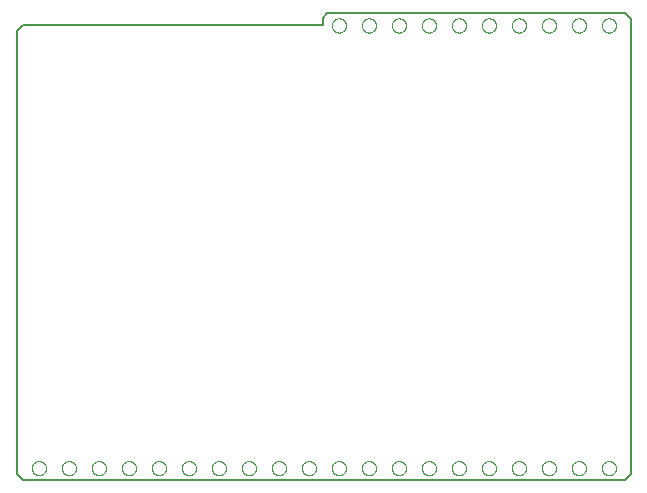
<source format=gko>
G75*
%MOIN*%
%OFA0B0*%
%FSLAX25Y25*%
%IPPOS*%
%LPD*%
%AMOC8*
5,1,8,0,0,1.08239X$1,22.5*
%
%ADD10C,0.00787*%
%ADD11C,0.00000*%
D10*
X0003362Y0001394D02*
X0001394Y0003362D01*
X0001394Y0151000D01*
X0003362Y0152969D01*
X0103362Y0152969D01*
X0103362Y0155528D01*
X0104937Y0157102D01*
X0204150Y0157102D01*
X0206118Y0155134D01*
X0206118Y0003362D01*
X0204150Y0001394D01*
X0003362Y0001394D01*
D11*
X0006473Y0005370D02*
X0006475Y0005467D01*
X0006481Y0005564D01*
X0006491Y0005660D01*
X0006505Y0005756D01*
X0006523Y0005852D01*
X0006544Y0005946D01*
X0006570Y0006040D01*
X0006599Y0006132D01*
X0006633Y0006223D01*
X0006669Y0006313D01*
X0006710Y0006401D01*
X0006754Y0006487D01*
X0006802Y0006572D01*
X0006853Y0006654D01*
X0006907Y0006735D01*
X0006965Y0006813D01*
X0007026Y0006888D01*
X0007089Y0006961D01*
X0007156Y0007032D01*
X0007226Y0007099D01*
X0007298Y0007164D01*
X0007373Y0007225D01*
X0007451Y0007284D01*
X0007530Y0007339D01*
X0007612Y0007391D01*
X0007696Y0007439D01*
X0007782Y0007484D01*
X0007870Y0007526D01*
X0007959Y0007564D01*
X0008050Y0007598D01*
X0008142Y0007628D01*
X0008235Y0007655D01*
X0008330Y0007677D01*
X0008425Y0007696D01*
X0008521Y0007711D01*
X0008617Y0007722D01*
X0008714Y0007729D01*
X0008811Y0007732D01*
X0008908Y0007731D01*
X0009005Y0007726D01*
X0009101Y0007717D01*
X0009197Y0007704D01*
X0009293Y0007687D01*
X0009388Y0007666D01*
X0009481Y0007642D01*
X0009574Y0007613D01*
X0009666Y0007581D01*
X0009756Y0007545D01*
X0009844Y0007506D01*
X0009931Y0007462D01*
X0010016Y0007416D01*
X0010099Y0007365D01*
X0010180Y0007312D01*
X0010258Y0007255D01*
X0010335Y0007195D01*
X0010408Y0007132D01*
X0010479Y0007066D01*
X0010547Y0006997D01*
X0010613Y0006925D01*
X0010675Y0006851D01*
X0010734Y0006774D01*
X0010790Y0006695D01*
X0010843Y0006613D01*
X0010893Y0006530D01*
X0010938Y0006444D01*
X0010981Y0006357D01*
X0011020Y0006268D01*
X0011055Y0006178D01*
X0011086Y0006086D01*
X0011113Y0005993D01*
X0011137Y0005899D01*
X0011157Y0005804D01*
X0011173Y0005708D01*
X0011185Y0005612D01*
X0011193Y0005515D01*
X0011197Y0005418D01*
X0011197Y0005322D01*
X0011193Y0005225D01*
X0011185Y0005128D01*
X0011173Y0005032D01*
X0011157Y0004936D01*
X0011137Y0004841D01*
X0011113Y0004747D01*
X0011086Y0004654D01*
X0011055Y0004562D01*
X0011020Y0004472D01*
X0010981Y0004383D01*
X0010938Y0004296D01*
X0010893Y0004210D01*
X0010843Y0004127D01*
X0010790Y0004045D01*
X0010734Y0003966D01*
X0010675Y0003889D01*
X0010613Y0003815D01*
X0010547Y0003743D01*
X0010479Y0003674D01*
X0010408Y0003608D01*
X0010335Y0003545D01*
X0010258Y0003485D01*
X0010180Y0003428D01*
X0010099Y0003375D01*
X0010016Y0003324D01*
X0009931Y0003278D01*
X0009844Y0003234D01*
X0009756Y0003195D01*
X0009666Y0003159D01*
X0009574Y0003127D01*
X0009481Y0003098D01*
X0009388Y0003074D01*
X0009293Y0003053D01*
X0009197Y0003036D01*
X0009101Y0003023D01*
X0009005Y0003014D01*
X0008908Y0003009D01*
X0008811Y0003008D01*
X0008714Y0003011D01*
X0008617Y0003018D01*
X0008521Y0003029D01*
X0008425Y0003044D01*
X0008330Y0003063D01*
X0008235Y0003085D01*
X0008142Y0003112D01*
X0008050Y0003142D01*
X0007959Y0003176D01*
X0007870Y0003214D01*
X0007782Y0003256D01*
X0007696Y0003301D01*
X0007612Y0003349D01*
X0007530Y0003401D01*
X0007451Y0003456D01*
X0007373Y0003515D01*
X0007298Y0003576D01*
X0007226Y0003641D01*
X0007156Y0003708D01*
X0007089Y0003779D01*
X0007026Y0003852D01*
X0006965Y0003927D01*
X0006907Y0004005D01*
X0006853Y0004086D01*
X0006802Y0004168D01*
X0006754Y0004253D01*
X0006710Y0004339D01*
X0006669Y0004427D01*
X0006633Y0004517D01*
X0006599Y0004608D01*
X0006570Y0004700D01*
X0006544Y0004794D01*
X0006523Y0004888D01*
X0006505Y0004984D01*
X0006491Y0005080D01*
X0006481Y0005176D01*
X0006475Y0005273D01*
X0006473Y0005370D01*
X0016473Y0005370D02*
X0016475Y0005467D01*
X0016481Y0005564D01*
X0016491Y0005660D01*
X0016505Y0005756D01*
X0016523Y0005852D01*
X0016544Y0005946D01*
X0016570Y0006040D01*
X0016599Y0006132D01*
X0016633Y0006223D01*
X0016669Y0006313D01*
X0016710Y0006401D01*
X0016754Y0006487D01*
X0016802Y0006572D01*
X0016853Y0006654D01*
X0016907Y0006735D01*
X0016965Y0006813D01*
X0017026Y0006888D01*
X0017089Y0006961D01*
X0017156Y0007032D01*
X0017226Y0007099D01*
X0017298Y0007164D01*
X0017373Y0007225D01*
X0017451Y0007284D01*
X0017530Y0007339D01*
X0017612Y0007391D01*
X0017696Y0007439D01*
X0017782Y0007484D01*
X0017870Y0007526D01*
X0017959Y0007564D01*
X0018050Y0007598D01*
X0018142Y0007628D01*
X0018235Y0007655D01*
X0018330Y0007677D01*
X0018425Y0007696D01*
X0018521Y0007711D01*
X0018617Y0007722D01*
X0018714Y0007729D01*
X0018811Y0007732D01*
X0018908Y0007731D01*
X0019005Y0007726D01*
X0019101Y0007717D01*
X0019197Y0007704D01*
X0019293Y0007687D01*
X0019388Y0007666D01*
X0019481Y0007642D01*
X0019574Y0007613D01*
X0019666Y0007581D01*
X0019756Y0007545D01*
X0019844Y0007506D01*
X0019931Y0007462D01*
X0020016Y0007416D01*
X0020099Y0007365D01*
X0020180Y0007312D01*
X0020258Y0007255D01*
X0020335Y0007195D01*
X0020408Y0007132D01*
X0020479Y0007066D01*
X0020547Y0006997D01*
X0020613Y0006925D01*
X0020675Y0006851D01*
X0020734Y0006774D01*
X0020790Y0006695D01*
X0020843Y0006613D01*
X0020893Y0006530D01*
X0020938Y0006444D01*
X0020981Y0006357D01*
X0021020Y0006268D01*
X0021055Y0006178D01*
X0021086Y0006086D01*
X0021113Y0005993D01*
X0021137Y0005899D01*
X0021157Y0005804D01*
X0021173Y0005708D01*
X0021185Y0005612D01*
X0021193Y0005515D01*
X0021197Y0005418D01*
X0021197Y0005322D01*
X0021193Y0005225D01*
X0021185Y0005128D01*
X0021173Y0005032D01*
X0021157Y0004936D01*
X0021137Y0004841D01*
X0021113Y0004747D01*
X0021086Y0004654D01*
X0021055Y0004562D01*
X0021020Y0004472D01*
X0020981Y0004383D01*
X0020938Y0004296D01*
X0020893Y0004210D01*
X0020843Y0004127D01*
X0020790Y0004045D01*
X0020734Y0003966D01*
X0020675Y0003889D01*
X0020613Y0003815D01*
X0020547Y0003743D01*
X0020479Y0003674D01*
X0020408Y0003608D01*
X0020335Y0003545D01*
X0020258Y0003485D01*
X0020180Y0003428D01*
X0020099Y0003375D01*
X0020016Y0003324D01*
X0019931Y0003278D01*
X0019844Y0003234D01*
X0019756Y0003195D01*
X0019666Y0003159D01*
X0019574Y0003127D01*
X0019481Y0003098D01*
X0019388Y0003074D01*
X0019293Y0003053D01*
X0019197Y0003036D01*
X0019101Y0003023D01*
X0019005Y0003014D01*
X0018908Y0003009D01*
X0018811Y0003008D01*
X0018714Y0003011D01*
X0018617Y0003018D01*
X0018521Y0003029D01*
X0018425Y0003044D01*
X0018330Y0003063D01*
X0018235Y0003085D01*
X0018142Y0003112D01*
X0018050Y0003142D01*
X0017959Y0003176D01*
X0017870Y0003214D01*
X0017782Y0003256D01*
X0017696Y0003301D01*
X0017612Y0003349D01*
X0017530Y0003401D01*
X0017451Y0003456D01*
X0017373Y0003515D01*
X0017298Y0003576D01*
X0017226Y0003641D01*
X0017156Y0003708D01*
X0017089Y0003779D01*
X0017026Y0003852D01*
X0016965Y0003927D01*
X0016907Y0004005D01*
X0016853Y0004086D01*
X0016802Y0004168D01*
X0016754Y0004253D01*
X0016710Y0004339D01*
X0016669Y0004427D01*
X0016633Y0004517D01*
X0016599Y0004608D01*
X0016570Y0004700D01*
X0016544Y0004794D01*
X0016523Y0004888D01*
X0016505Y0004984D01*
X0016491Y0005080D01*
X0016481Y0005176D01*
X0016475Y0005273D01*
X0016473Y0005370D01*
X0026473Y0005370D02*
X0026475Y0005467D01*
X0026481Y0005564D01*
X0026491Y0005660D01*
X0026505Y0005756D01*
X0026523Y0005852D01*
X0026544Y0005946D01*
X0026570Y0006040D01*
X0026599Y0006132D01*
X0026633Y0006223D01*
X0026669Y0006313D01*
X0026710Y0006401D01*
X0026754Y0006487D01*
X0026802Y0006572D01*
X0026853Y0006654D01*
X0026907Y0006735D01*
X0026965Y0006813D01*
X0027026Y0006888D01*
X0027089Y0006961D01*
X0027156Y0007032D01*
X0027226Y0007099D01*
X0027298Y0007164D01*
X0027373Y0007225D01*
X0027451Y0007284D01*
X0027530Y0007339D01*
X0027612Y0007391D01*
X0027696Y0007439D01*
X0027782Y0007484D01*
X0027870Y0007526D01*
X0027959Y0007564D01*
X0028050Y0007598D01*
X0028142Y0007628D01*
X0028235Y0007655D01*
X0028330Y0007677D01*
X0028425Y0007696D01*
X0028521Y0007711D01*
X0028617Y0007722D01*
X0028714Y0007729D01*
X0028811Y0007732D01*
X0028908Y0007731D01*
X0029005Y0007726D01*
X0029101Y0007717D01*
X0029197Y0007704D01*
X0029293Y0007687D01*
X0029388Y0007666D01*
X0029481Y0007642D01*
X0029574Y0007613D01*
X0029666Y0007581D01*
X0029756Y0007545D01*
X0029844Y0007506D01*
X0029931Y0007462D01*
X0030016Y0007416D01*
X0030099Y0007365D01*
X0030180Y0007312D01*
X0030258Y0007255D01*
X0030335Y0007195D01*
X0030408Y0007132D01*
X0030479Y0007066D01*
X0030547Y0006997D01*
X0030613Y0006925D01*
X0030675Y0006851D01*
X0030734Y0006774D01*
X0030790Y0006695D01*
X0030843Y0006613D01*
X0030893Y0006530D01*
X0030938Y0006444D01*
X0030981Y0006357D01*
X0031020Y0006268D01*
X0031055Y0006178D01*
X0031086Y0006086D01*
X0031113Y0005993D01*
X0031137Y0005899D01*
X0031157Y0005804D01*
X0031173Y0005708D01*
X0031185Y0005612D01*
X0031193Y0005515D01*
X0031197Y0005418D01*
X0031197Y0005322D01*
X0031193Y0005225D01*
X0031185Y0005128D01*
X0031173Y0005032D01*
X0031157Y0004936D01*
X0031137Y0004841D01*
X0031113Y0004747D01*
X0031086Y0004654D01*
X0031055Y0004562D01*
X0031020Y0004472D01*
X0030981Y0004383D01*
X0030938Y0004296D01*
X0030893Y0004210D01*
X0030843Y0004127D01*
X0030790Y0004045D01*
X0030734Y0003966D01*
X0030675Y0003889D01*
X0030613Y0003815D01*
X0030547Y0003743D01*
X0030479Y0003674D01*
X0030408Y0003608D01*
X0030335Y0003545D01*
X0030258Y0003485D01*
X0030180Y0003428D01*
X0030099Y0003375D01*
X0030016Y0003324D01*
X0029931Y0003278D01*
X0029844Y0003234D01*
X0029756Y0003195D01*
X0029666Y0003159D01*
X0029574Y0003127D01*
X0029481Y0003098D01*
X0029388Y0003074D01*
X0029293Y0003053D01*
X0029197Y0003036D01*
X0029101Y0003023D01*
X0029005Y0003014D01*
X0028908Y0003009D01*
X0028811Y0003008D01*
X0028714Y0003011D01*
X0028617Y0003018D01*
X0028521Y0003029D01*
X0028425Y0003044D01*
X0028330Y0003063D01*
X0028235Y0003085D01*
X0028142Y0003112D01*
X0028050Y0003142D01*
X0027959Y0003176D01*
X0027870Y0003214D01*
X0027782Y0003256D01*
X0027696Y0003301D01*
X0027612Y0003349D01*
X0027530Y0003401D01*
X0027451Y0003456D01*
X0027373Y0003515D01*
X0027298Y0003576D01*
X0027226Y0003641D01*
X0027156Y0003708D01*
X0027089Y0003779D01*
X0027026Y0003852D01*
X0026965Y0003927D01*
X0026907Y0004005D01*
X0026853Y0004086D01*
X0026802Y0004168D01*
X0026754Y0004253D01*
X0026710Y0004339D01*
X0026669Y0004427D01*
X0026633Y0004517D01*
X0026599Y0004608D01*
X0026570Y0004700D01*
X0026544Y0004794D01*
X0026523Y0004888D01*
X0026505Y0004984D01*
X0026491Y0005080D01*
X0026481Y0005176D01*
X0026475Y0005273D01*
X0026473Y0005370D01*
X0036473Y0005370D02*
X0036475Y0005467D01*
X0036481Y0005564D01*
X0036491Y0005660D01*
X0036505Y0005756D01*
X0036523Y0005852D01*
X0036544Y0005946D01*
X0036570Y0006040D01*
X0036599Y0006132D01*
X0036633Y0006223D01*
X0036669Y0006313D01*
X0036710Y0006401D01*
X0036754Y0006487D01*
X0036802Y0006572D01*
X0036853Y0006654D01*
X0036907Y0006735D01*
X0036965Y0006813D01*
X0037026Y0006888D01*
X0037089Y0006961D01*
X0037156Y0007032D01*
X0037226Y0007099D01*
X0037298Y0007164D01*
X0037373Y0007225D01*
X0037451Y0007284D01*
X0037530Y0007339D01*
X0037612Y0007391D01*
X0037696Y0007439D01*
X0037782Y0007484D01*
X0037870Y0007526D01*
X0037959Y0007564D01*
X0038050Y0007598D01*
X0038142Y0007628D01*
X0038235Y0007655D01*
X0038330Y0007677D01*
X0038425Y0007696D01*
X0038521Y0007711D01*
X0038617Y0007722D01*
X0038714Y0007729D01*
X0038811Y0007732D01*
X0038908Y0007731D01*
X0039005Y0007726D01*
X0039101Y0007717D01*
X0039197Y0007704D01*
X0039293Y0007687D01*
X0039388Y0007666D01*
X0039481Y0007642D01*
X0039574Y0007613D01*
X0039666Y0007581D01*
X0039756Y0007545D01*
X0039844Y0007506D01*
X0039931Y0007462D01*
X0040016Y0007416D01*
X0040099Y0007365D01*
X0040180Y0007312D01*
X0040258Y0007255D01*
X0040335Y0007195D01*
X0040408Y0007132D01*
X0040479Y0007066D01*
X0040547Y0006997D01*
X0040613Y0006925D01*
X0040675Y0006851D01*
X0040734Y0006774D01*
X0040790Y0006695D01*
X0040843Y0006613D01*
X0040893Y0006530D01*
X0040938Y0006444D01*
X0040981Y0006357D01*
X0041020Y0006268D01*
X0041055Y0006178D01*
X0041086Y0006086D01*
X0041113Y0005993D01*
X0041137Y0005899D01*
X0041157Y0005804D01*
X0041173Y0005708D01*
X0041185Y0005612D01*
X0041193Y0005515D01*
X0041197Y0005418D01*
X0041197Y0005322D01*
X0041193Y0005225D01*
X0041185Y0005128D01*
X0041173Y0005032D01*
X0041157Y0004936D01*
X0041137Y0004841D01*
X0041113Y0004747D01*
X0041086Y0004654D01*
X0041055Y0004562D01*
X0041020Y0004472D01*
X0040981Y0004383D01*
X0040938Y0004296D01*
X0040893Y0004210D01*
X0040843Y0004127D01*
X0040790Y0004045D01*
X0040734Y0003966D01*
X0040675Y0003889D01*
X0040613Y0003815D01*
X0040547Y0003743D01*
X0040479Y0003674D01*
X0040408Y0003608D01*
X0040335Y0003545D01*
X0040258Y0003485D01*
X0040180Y0003428D01*
X0040099Y0003375D01*
X0040016Y0003324D01*
X0039931Y0003278D01*
X0039844Y0003234D01*
X0039756Y0003195D01*
X0039666Y0003159D01*
X0039574Y0003127D01*
X0039481Y0003098D01*
X0039388Y0003074D01*
X0039293Y0003053D01*
X0039197Y0003036D01*
X0039101Y0003023D01*
X0039005Y0003014D01*
X0038908Y0003009D01*
X0038811Y0003008D01*
X0038714Y0003011D01*
X0038617Y0003018D01*
X0038521Y0003029D01*
X0038425Y0003044D01*
X0038330Y0003063D01*
X0038235Y0003085D01*
X0038142Y0003112D01*
X0038050Y0003142D01*
X0037959Y0003176D01*
X0037870Y0003214D01*
X0037782Y0003256D01*
X0037696Y0003301D01*
X0037612Y0003349D01*
X0037530Y0003401D01*
X0037451Y0003456D01*
X0037373Y0003515D01*
X0037298Y0003576D01*
X0037226Y0003641D01*
X0037156Y0003708D01*
X0037089Y0003779D01*
X0037026Y0003852D01*
X0036965Y0003927D01*
X0036907Y0004005D01*
X0036853Y0004086D01*
X0036802Y0004168D01*
X0036754Y0004253D01*
X0036710Y0004339D01*
X0036669Y0004427D01*
X0036633Y0004517D01*
X0036599Y0004608D01*
X0036570Y0004700D01*
X0036544Y0004794D01*
X0036523Y0004888D01*
X0036505Y0004984D01*
X0036491Y0005080D01*
X0036481Y0005176D01*
X0036475Y0005273D01*
X0036473Y0005370D01*
X0046473Y0005370D02*
X0046475Y0005467D01*
X0046481Y0005564D01*
X0046491Y0005660D01*
X0046505Y0005756D01*
X0046523Y0005852D01*
X0046544Y0005946D01*
X0046570Y0006040D01*
X0046599Y0006132D01*
X0046633Y0006223D01*
X0046669Y0006313D01*
X0046710Y0006401D01*
X0046754Y0006487D01*
X0046802Y0006572D01*
X0046853Y0006654D01*
X0046907Y0006735D01*
X0046965Y0006813D01*
X0047026Y0006888D01*
X0047089Y0006961D01*
X0047156Y0007032D01*
X0047226Y0007099D01*
X0047298Y0007164D01*
X0047373Y0007225D01*
X0047451Y0007284D01*
X0047530Y0007339D01*
X0047612Y0007391D01*
X0047696Y0007439D01*
X0047782Y0007484D01*
X0047870Y0007526D01*
X0047959Y0007564D01*
X0048050Y0007598D01*
X0048142Y0007628D01*
X0048235Y0007655D01*
X0048330Y0007677D01*
X0048425Y0007696D01*
X0048521Y0007711D01*
X0048617Y0007722D01*
X0048714Y0007729D01*
X0048811Y0007732D01*
X0048908Y0007731D01*
X0049005Y0007726D01*
X0049101Y0007717D01*
X0049197Y0007704D01*
X0049293Y0007687D01*
X0049388Y0007666D01*
X0049481Y0007642D01*
X0049574Y0007613D01*
X0049666Y0007581D01*
X0049756Y0007545D01*
X0049844Y0007506D01*
X0049931Y0007462D01*
X0050016Y0007416D01*
X0050099Y0007365D01*
X0050180Y0007312D01*
X0050258Y0007255D01*
X0050335Y0007195D01*
X0050408Y0007132D01*
X0050479Y0007066D01*
X0050547Y0006997D01*
X0050613Y0006925D01*
X0050675Y0006851D01*
X0050734Y0006774D01*
X0050790Y0006695D01*
X0050843Y0006613D01*
X0050893Y0006530D01*
X0050938Y0006444D01*
X0050981Y0006357D01*
X0051020Y0006268D01*
X0051055Y0006178D01*
X0051086Y0006086D01*
X0051113Y0005993D01*
X0051137Y0005899D01*
X0051157Y0005804D01*
X0051173Y0005708D01*
X0051185Y0005612D01*
X0051193Y0005515D01*
X0051197Y0005418D01*
X0051197Y0005322D01*
X0051193Y0005225D01*
X0051185Y0005128D01*
X0051173Y0005032D01*
X0051157Y0004936D01*
X0051137Y0004841D01*
X0051113Y0004747D01*
X0051086Y0004654D01*
X0051055Y0004562D01*
X0051020Y0004472D01*
X0050981Y0004383D01*
X0050938Y0004296D01*
X0050893Y0004210D01*
X0050843Y0004127D01*
X0050790Y0004045D01*
X0050734Y0003966D01*
X0050675Y0003889D01*
X0050613Y0003815D01*
X0050547Y0003743D01*
X0050479Y0003674D01*
X0050408Y0003608D01*
X0050335Y0003545D01*
X0050258Y0003485D01*
X0050180Y0003428D01*
X0050099Y0003375D01*
X0050016Y0003324D01*
X0049931Y0003278D01*
X0049844Y0003234D01*
X0049756Y0003195D01*
X0049666Y0003159D01*
X0049574Y0003127D01*
X0049481Y0003098D01*
X0049388Y0003074D01*
X0049293Y0003053D01*
X0049197Y0003036D01*
X0049101Y0003023D01*
X0049005Y0003014D01*
X0048908Y0003009D01*
X0048811Y0003008D01*
X0048714Y0003011D01*
X0048617Y0003018D01*
X0048521Y0003029D01*
X0048425Y0003044D01*
X0048330Y0003063D01*
X0048235Y0003085D01*
X0048142Y0003112D01*
X0048050Y0003142D01*
X0047959Y0003176D01*
X0047870Y0003214D01*
X0047782Y0003256D01*
X0047696Y0003301D01*
X0047612Y0003349D01*
X0047530Y0003401D01*
X0047451Y0003456D01*
X0047373Y0003515D01*
X0047298Y0003576D01*
X0047226Y0003641D01*
X0047156Y0003708D01*
X0047089Y0003779D01*
X0047026Y0003852D01*
X0046965Y0003927D01*
X0046907Y0004005D01*
X0046853Y0004086D01*
X0046802Y0004168D01*
X0046754Y0004253D01*
X0046710Y0004339D01*
X0046669Y0004427D01*
X0046633Y0004517D01*
X0046599Y0004608D01*
X0046570Y0004700D01*
X0046544Y0004794D01*
X0046523Y0004888D01*
X0046505Y0004984D01*
X0046491Y0005080D01*
X0046481Y0005176D01*
X0046475Y0005273D01*
X0046473Y0005370D01*
X0056473Y0005370D02*
X0056475Y0005467D01*
X0056481Y0005564D01*
X0056491Y0005660D01*
X0056505Y0005756D01*
X0056523Y0005852D01*
X0056544Y0005946D01*
X0056570Y0006040D01*
X0056599Y0006132D01*
X0056633Y0006223D01*
X0056669Y0006313D01*
X0056710Y0006401D01*
X0056754Y0006487D01*
X0056802Y0006572D01*
X0056853Y0006654D01*
X0056907Y0006735D01*
X0056965Y0006813D01*
X0057026Y0006888D01*
X0057089Y0006961D01*
X0057156Y0007032D01*
X0057226Y0007099D01*
X0057298Y0007164D01*
X0057373Y0007225D01*
X0057451Y0007284D01*
X0057530Y0007339D01*
X0057612Y0007391D01*
X0057696Y0007439D01*
X0057782Y0007484D01*
X0057870Y0007526D01*
X0057959Y0007564D01*
X0058050Y0007598D01*
X0058142Y0007628D01*
X0058235Y0007655D01*
X0058330Y0007677D01*
X0058425Y0007696D01*
X0058521Y0007711D01*
X0058617Y0007722D01*
X0058714Y0007729D01*
X0058811Y0007732D01*
X0058908Y0007731D01*
X0059005Y0007726D01*
X0059101Y0007717D01*
X0059197Y0007704D01*
X0059293Y0007687D01*
X0059388Y0007666D01*
X0059481Y0007642D01*
X0059574Y0007613D01*
X0059666Y0007581D01*
X0059756Y0007545D01*
X0059844Y0007506D01*
X0059931Y0007462D01*
X0060016Y0007416D01*
X0060099Y0007365D01*
X0060180Y0007312D01*
X0060258Y0007255D01*
X0060335Y0007195D01*
X0060408Y0007132D01*
X0060479Y0007066D01*
X0060547Y0006997D01*
X0060613Y0006925D01*
X0060675Y0006851D01*
X0060734Y0006774D01*
X0060790Y0006695D01*
X0060843Y0006613D01*
X0060893Y0006530D01*
X0060938Y0006444D01*
X0060981Y0006357D01*
X0061020Y0006268D01*
X0061055Y0006178D01*
X0061086Y0006086D01*
X0061113Y0005993D01*
X0061137Y0005899D01*
X0061157Y0005804D01*
X0061173Y0005708D01*
X0061185Y0005612D01*
X0061193Y0005515D01*
X0061197Y0005418D01*
X0061197Y0005322D01*
X0061193Y0005225D01*
X0061185Y0005128D01*
X0061173Y0005032D01*
X0061157Y0004936D01*
X0061137Y0004841D01*
X0061113Y0004747D01*
X0061086Y0004654D01*
X0061055Y0004562D01*
X0061020Y0004472D01*
X0060981Y0004383D01*
X0060938Y0004296D01*
X0060893Y0004210D01*
X0060843Y0004127D01*
X0060790Y0004045D01*
X0060734Y0003966D01*
X0060675Y0003889D01*
X0060613Y0003815D01*
X0060547Y0003743D01*
X0060479Y0003674D01*
X0060408Y0003608D01*
X0060335Y0003545D01*
X0060258Y0003485D01*
X0060180Y0003428D01*
X0060099Y0003375D01*
X0060016Y0003324D01*
X0059931Y0003278D01*
X0059844Y0003234D01*
X0059756Y0003195D01*
X0059666Y0003159D01*
X0059574Y0003127D01*
X0059481Y0003098D01*
X0059388Y0003074D01*
X0059293Y0003053D01*
X0059197Y0003036D01*
X0059101Y0003023D01*
X0059005Y0003014D01*
X0058908Y0003009D01*
X0058811Y0003008D01*
X0058714Y0003011D01*
X0058617Y0003018D01*
X0058521Y0003029D01*
X0058425Y0003044D01*
X0058330Y0003063D01*
X0058235Y0003085D01*
X0058142Y0003112D01*
X0058050Y0003142D01*
X0057959Y0003176D01*
X0057870Y0003214D01*
X0057782Y0003256D01*
X0057696Y0003301D01*
X0057612Y0003349D01*
X0057530Y0003401D01*
X0057451Y0003456D01*
X0057373Y0003515D01*
X0057298Y0003576D01*
X0057226Y0003641D01*
X0057156Y0003708D01*
X0057089Y0003779D01*
X0057026Y0003852D01*
X0056965Y0003927D01*
X0056907Y0004005D01*
X0056853Y0004086D01*
X0056802Y0004168D01*
X0056754Y0004253D01*
X0056710Y0004339D01*
X0056669Y0004427D01*
X0056633Y0004517D01*
X0056599Y0004608D01*
X0056570Y0004700D01*
X0056544Y0004794D01*
X0056523Y0004888D01*
X0056505Y0004984D01*
X0056491Y0005080D01*
X0056481Y0005176D01*
X0056475Y0005273D01*
X0056473Y0005370D01*
X0066473Y0005370D02*
X0066475Y0005467D01*
X0066481Y0005564D01*
X0066491Y0005660D01*
X0066505Y0005756D01*
X0066523Y0005852D01*
X0066544Y0005946D01*
X0066570Y0006040D01*
X0066599Y0006132D01*
X0066633Y0006223D01*
X0066669Y0006313D01*
X0066710Y0006401D01*
X0066754Y0006487D01*
X0066802Y0006572D01*
X0066853Y0006654D01*
X0066907Y0006735D01*
X0066965Y0006813D01*
X0067026Y0006888D01*
X0067089Y0006961D01*
X0067156Y0007032D01*
X0067226Y0007099D01*
X0067298Y0007164D01*
X0067373Y0007225D01*
X0067451Y0007284D01*
X0067530Y0007339D01*
X0067612Y0007391D01*
X0067696Y0007439D01*
X0067782Y0007484D01*
X0067870Y0007526D01*
X0067959Y0007564D01*
X0068050Y0007598D01*
X0068142Y0007628D01*
X0068235Y0007655D01*
X0068330Y0007677D01*
X0068425Y0007696D01*
X0068521Y0007711D01*
X0068617Y0007722D01*
X0068714Y0007729D01*
X0068811Y0007732D01*
X0068908Y0007731D01*
X0069005Y0007726D01*
X0069101Y0007717D01*
X0069197Y0007704D01*
X0069293Y0007687D01*
X0069388Y0007666D01*
X0069481Y0007642D01*
X0069574Y0007613D01*
X0069666Y0007581D01*
X0069756Y0007545D01*
X0069844Y0007506D01*
X0069931Y0007462D01*
X0070016Y0007416D01*
X0070099Y0007365D01*
X0070180Y0007312D01*
X0070258Y0007255D01*
X0070335Y0007195D01*
X0070408Y0007132D01*
X0070479Y0007066D01*
X0070547Y0006997D01*
X0070613Y0006925D01*
X0070675Y0006851D01*
X0070734Y0006774D01*
X0070790Y0006695D01*
X0070843Y0006613D01*
X0070893Y0006530D01*
X0070938Y0006444D01*
X0070981Y0006357D01*
X0071020Y0006268D01*
X0071055Y0006178D01*
X0071086Y0006086D01*
X0071113Y0005993D01*
X0071137Y0005899D01*
X0071157Y0005804D01*
X0071173Y0005708D01*
X0071185Y0005612D01*
X0071193Y0005515D01*
X0071197Y0005418D01*
X0071197Y0005322D01*
X0071193Y0005225D01*
X0071185Y0005128D01*
X0071173Y0005032D01*
X0071157Y0004936D01*
X0071137Y0004841D01*
X0071113Y0004747D01*
X0071086Y0004654D01*
X0071055Y0004562D01*
X0071020Y0004472D01*
X0070981Y0004383D01*
X0070938Y0004296D01*
X0070893Y0004210D01*
X0070843Y0004127D01*
X0070790Y0004045D01*
X0070734Y0003966D01*
X0070675Y0003889D01*
X0070613Y0003815D01*
X0070547Y0003743D01*
X0070479Y0003674D01*
X0070408Y0003608D01*
X0070335Y0003545D01*
X0070258Y0003485D01*
X0070180Y0003428D01*
X0070099Y0003375D01*
X0070016Y0003324D01*
X0069931Y0003278D01*
X0069844Y0003234D01*
X0069756Y0003195D01*
X0069666Y0003159D01*
X0069574Y0003127D01*
X0069481Y0003098D01*
X0069388Y0003074D01*
X0069293Y0003053D01*
X0069197Y0003036D01*
X0069101Y0003023D01*
X0069005Y0003014D01*
X0068908Y0003009D01*
X0068811Y0003008D01*
X0068714Y0003011D01*
X0068617Y0003018D01*
X0068521Y0003029D01*
X0068425Y0003044D01*
X0068330Y0003063D01*
X0068235Y0003085D01*
X0068142Y0003112D01*
X0068050Y0003142D01*
X0067959Y0003176D01*
X0067870Y0003214D01*
X0067782Y0003256D01*
X0067696Y0003301D01*
X0067612Y0003349D01*
X0067530Y0003401D01*
X0067451Y0003456D01*
X0067373Y0003515D01*
X0067298Y0003576D01*
X0067226Y0003641D01*
X0067156Y0003708D01*
X0067089Y0003779D01*
X0067026Y0003852D01*
X0066965Y0003927D01*
X0066907Y0004005D01*
X0066853Y0004086D01*
X0066802Y0004168D01*
X0066754Y0004253D01*
X0066710Y0004339D01*
X0066669Y0004427D01*
X0066633Y0004517D01*
X0066599Y0004608D01*
X0066570Y0004700D01*
X0066544Y0004794D01*
X0066523Y0004888D01*
X0066505Y0004984D01*
X0066491Y0005080D01*
X0066481Y0005176D01*
X0066475Y0005273D01*
X0066473Y0005370D01*
X0076473Y0005370D02*
X0076475Y0005467D01*
X0076481Y0005564D01*
X0076491Y0005660D01*
X0076505Y0005756D01*
X0076523Y0005852D01*
X0076544Y0005946D01*
X0076570Y0006040D01*
X0076599Y0006132D01*
X0076633Y0006223D01*
X0076669Y0006313D01*
X0076710Y0006401D01*
X0076754Y0006487D01*
X0076802Y0006572D01*
X0076853Y0006654D01*
X0076907Y0006735D01*
X0076965Y0006813D01*
X0077026Y0006888D01*
X0077089Y0006961D01*
X0077156Y0007032D01*
X0077226Y0007099D01*
X0077298Y0007164D01*
X0077373Y0007225D01*
X0077451Y0007284D01*
X0077530Y0007339D01*
X0077612Y0007391D01*
X0077696Y0007439D01*
X0077782Y0007484D01*
X0077870Y0007526D01*
X0077959Y0007564D01*
X0078050Y0007598D01*
X0078142Y0007628D01*
X0078235Y0007655D01*
X0078330Y0007677D01*
X0078425Y0007696D01*
X0078521Y0007711D01*
X0078617Y0007722D01*
X0078714Y0007729D01*
X0078811Y0007732D01*
X0078908Y0007731D01*
X0079005Y0007726D01*
X0079101Y0007717D01*
X0079197Y0007704D01*
X0079293Y0007687D01*
X0079388Y0007666D01*
X0079481Y0007642D01*
X0079574Y0007613D01*
X0079666Y0007581D01*
X0079756Y0007545D01*
X0079844Y0007506D01*
X0079931Y0007462D01*
X0080016Y0007416D01*
X0080099Y0007365D01*
X0080180Y0007312D01*
X0080258Y0007255D01*
X0080335Y0007195D01*
X0080408Y0007132D01*
X0080479Y0007066D01*
X0080547Y0006997D01*
X0080613Y0006925D01*
X0080675Y0006851D01*
X0080734Y0006774D01*
X0080790Y0006695D01*
X0080843Y0006613D01*
X0080893Y0006530D01*
X0080938Y0006444D01*
X0080981Y0006357D01*
X0081020Y0006268D01*
X0081055Y0006178D01*
X0081086Y0006086D01*
X0081113Y0005993D01*
X0081137Y0005899D01*
X0081157Y0005804D01*
X0081173Y0005708D01*
X0081185Y0005612D01*
X0081193Y0005515D01*
X0081197Y0005418D01*
X0081197Y0005322D01*
X0081193Y0005225D01*
X0081185Y0005128D01*
X0081173Y0005032D01*
X0081157Y0004936D01*
X0081137Y0004841D01*
X0081113Y0004747D01*
X0081086Y0004654D01*
X0081055Y0004562D01*
X0081020Y0004472D01*
X0080981Y0004383D01*
X0080938Y0004296D01*
X0080893Y0004210D01*
X0080843Y0004127D01*
X0080790Y0004045D01*
X0080734Y0003966D01*
X0080675Y0003889D01*
X0080613Y0003815D01*
X0080547Y0003743D01*
X0080479Y0003674D01*
X0080408Y0003608D01*
X0080335Y0003545D01*
X0080258Y0003485D01*
X0080180Y0003428D01*
X0080099Y0003375D01*
X0080016Y0003324D01*
X0079931Y0003278D01*
X0079844Y0003234D01*
X0079756Y0003195D01*
X0079666Y0003159D01*
X0079574Y0003127D01*
X0079481Y0003098D01*
X0079388Y0003074D01*
X0079293Y0003053D01*
X0079197Y0003036D01*
X0079101Y0003023D01*
X0079005Y0003014D01*
X0078908Y0003009D01*
X0078811Y0003008D01*
X0078714Y0003011D01*
X0078617Y0003018D01*
X0078521Y0003029D01*
X0078425Y0003044D01*
X0078330Y0003063D01*
X0078235Y0003085D01*
X0078142Y0003112D01*
X0078050Y0003142D01*
X0077959Y0003176D01*
X0077870Y0003214D01*
X0077782Y0003256D01*
X0077696Y0003301D01*
X0077612Y0003349D01*
X0077530Y0003401D01*
X0077451Y0003456D01*
X0077373Y0003515D01*
X0077298Y0003576D01*
X0077226Y0003641D01*
X0077156Y0003708D01*
X0077089Y0003779D01*
X0077026Y0003852D01*
X0076965Y0003927D01*
X0076907Y0004005D01*
X0076853Y0004086D01*
X0076802Y0004168D01*
X0076754Y0004253D01*
X0076710Y0004339D01*
X0076669Y0004427D01*
X0076633Y0004517D01*
X0076599Y0004608D01*
X0076570Y0004700D01*
X0076544Y0004794D01*
X0076523Y0004888D01*
X0076505Y0004984D01*
X0076491Y0005080D01*
X0076481Y0005176D01*
X0076475Y0005273D01*
X0076473Y0005370D01*
X0086473Y0005370D02*
X0086475Y0005467D01*
X0086481Y0005564D01*
X0086491Y0005660D01*
X0086505Y0005756D01*
X0086523Y0005852D01*
X0086544Y0005946D01*
X0086570Y0006040D01*
X0086599Y0006132D01*
X0086633Y0006223D01*
X0086669Y0006313D01*
X0086710Y0006401D01*
X0086754Y0006487D01*
X0086802Y0006572D01*
X0086853Y0006654D01*
X0086907Y0006735D01*
X0086965Y0006813D01*
X0087026Y0006888D01*
X0087089Y0006961D01*
X0087156Y0007032D01*
X0087226Y0007099D01*
X0087298Y0007164D01*
X0087373Y0007225D01*
X0087451Y0007284D01*
X0087530Y0007339D01*
X0087612Y0007391D01*
X0087696Y0007439D01*
X0087782Y0007484D01*
X0087870Y0007526D01*
X0087959Y0007564D01*
X0088050Y0007598D01*
X0088142Y0007628D01*
X0088235Y0007655D01*
X0088330Y0007677D01*
X0088425Y0007696D01*
X0088521Y0007711D01*
X0088617Y0007722D01*
X0088714Y0007729D01*
X0088811Y0007732D01*
X0088908Y0007731D01*
X0089005Y0007726D01*
X0089101Y0007717D01*
X0089197Y0007704D01*
X0089293Y0007687D01*
X0089388Y0007666D01*
X0089481Y0007642D01*
X0089574Y0007613D01*
X0089666Y0007581D01*
X0089756Y0007545D01*
X0089844Y0007506D01*
X0089931Y0007462D01*
X0090016Y0007416D01*
X0090099Y0007365D01*
X0090180Y0007312D01*
X0090258Y0007255D01*
X0090335Y0007195D01*
X0090408Y0007132D01*
X0090479Y0007066D01*
X0090547Y0006997D01*
X0090613Y0006925D01*
X0090675Y0006851D01*
X0090734Y0006774D01*
X0090790Y0006695D01*
X0090843Y0006613D01*
X0090893Y0006530D01*
X0090938Y0006444D01*
X0090981Y0006357D01*
X0091020Y0006268D01*
X0091055Y0006178D01*
X0091086Y0006086D01*
X0091113Y0005993D01*
X0091137Y0005899D01*
X0091157Y0005804D01*
X0091173Y0005708D01*
X0091185Y0005612D01*
X0091193Y0005515D01*
X0091197Y0005418D01*
X0091197Y0005322D01*
X0091193Y0005225D01*
X0091185Y0005128D01*
X0091173Y0005032D01*
X0091157Y0004936D01*
X0091137Y0004841D01*
X0091113Y0004747D01*
X0091086Y0004654D01*
X0091055Y0004562D01*
X0091020Y0004472D01*
X0090981Y0004383D01*
X0090938Y0004296D01*
X0090893Y0004210D01*
X0090843Y0004127D01*
X0090790Y0004045D01*
X0090734Y0003966D01*
X0090675Y0003889D01*
X0090613Y0003815D01*
X0090547Y0003743D01*
X0090479Y0003674D01*
X0090408Y0003608D01*
X0090335Y0003545D01*
X0090258Y0003485D01*
X0090180Y0003428D01*
X0090099Y0003375D01*
X0090016Y0003324D01*
X0089931Y0003278D01*
X0089844Y0003234D01*
X0089756Y0003195D01*
X0089666Y0003159D01*
X0089574Y0003127D01*
X0089481Y0003098D01*
X0089388Y0003074D01*
X0089293Y0003053D01*
X0089197Y0003036D01*
X0089101Y0003023D01*
X0089005Y0003014D01*
X0088908Y0003009D01*
X0088811Y0003008D01*
X0088714Y0003011D01*
X0088617Y0003018D01*
X0088521Y0003029D01*
X0088425Y0003044D01*
X0088330Y0003063D01*
X0088235Y0003085D01*
X0088142Y0003112D01*
X0088050Y0003142D01*
X0087959Y0003176D01*
X0087870Y0003214D01*
X0087782Y0003256D01*
X0087696Y0003301D01*
X0087612Y0003349D01*
X0087530Y0003401D01*
X0087451Y0003456D01*
X0087373Y0003515D01*
X0087298Y0003576D01*
X0087226Y0003641D01*
X0087156Y0003708D01*
X0087089Y0003779D01*
X0087026Y0003852D01*
X0086965Y0003927D01*
X0086907Y0004005D01*
X0086853Y0004086D01*
X0086802Y0004168D01*
X0086754Y0004253D01*
X0086710Y0004339D01*
X0086669Y0004427D01*
X0086633Y0004517D01*
X0086599Y0004608D01*
X0086570Y0004700D01*
X0086544Y0004794D01*
X0086523Y0004888D01*
X0086505Y0004984D01*
X0086491Y0005080D01*
X0086481Y0005176D01*
X0086475Y0005273D01*
X0086473Y0005370D01*
X0096473Y0005370D02*
X0096475Y0005467D01*
X0096481Y0005564D01*
X0096491Y0005660D01*
X0096505Y0005756D01*
X0096523Y0005852D01*
X0096544Y0005946D01*
X0096570Y0006040D01*
X0096599Y0006132D01*
X0096633Y0006223D01*
X0096669Y0006313D01*
X0096710Y0006401D01*
X0096754Y0006487D01*
X0096802Y0006572D01*
X0096853Y0006654D01*
X0096907Y0006735D01*
X0096965Y0006813D01*
X0097026Y0006888D01*
X0097089Y0006961D01*
X0097156Y0007032D01*
X0097226Y0007099D01*
X0097298Y0007164D01*
X0097373Y0007225D01*
X0097451Y0007284D01*
X0097530Y0007339D01*
X0097612Y0007391D01*
X0097696Y0007439D01*
X0097782Y0007484D01*
X0097870Y0007526D01*
X0097959Y0007564D01*
X0098050Y0007598D01*
X0098142Y0007628D01*
X0098235Y0007655D01*
X0098330Y0007677D01*
X0098425Y0007696D01*
X0098521Y0007711D01*
X0098617Y0007722D01*
X0098714Y0007729D01*
X0098811Y0007732D01*
X0098908Y0007731D01*
X0099005Y0007726D01*
X0099101Y0007717D01*
X0099197Y0007704D01*
X0099293Y0007687D01*
X0099388Y0007666D01*
X0099481Y0007642D01*
X0099574Y0007613D01*
X0099666Y0007581D01*
X0099756Y0007545D01*
X0099844Y0007506D01*
X0099931Y0007462D01*
X0100016Y0007416D01*
X0100099Y0007365D01*
X0100180Y0007312D01*
X0100258Y0007255D01*
X0100335Y0007195D01*
X0100408Y0007132D01*
X0100479Y0007066D01*
X0100547Y0006997D01*
X0100613Y0006925D01*
X0100675Y0006851D01*
X0100734Y0006774D01*
X0100790Y0006695D01*
X0100843Y0006613D01*
X0100893Y0006530D01*
X0100938Y0006444D01*
X0100981Y0006357D01*
X0101020Y0006268D01*
X0101055Y0006178D01*
X0101086Y0006086D01*
X0101113Y0005993D01*
X0101137Y0005899D01*
X0101157Y0005804D01*
X0101173Y0005708D01*
X0101185Y0005612D01*
X0101193Y0005515D01*
X0101197Y0005418D01*
X0101197Y0005322D01*
X0101193Y0005225D01*
X0101185Y0005128D01*
X0101173Y0005032D01*
X0101157Y0004936D01*
X0101137Y0004841D01*
X0101113Y0004747D01*
X0101086Y0004654D01*
X0101055Y0004562D01*
X0101020Y0004472D01*
X0100981Y0004383D01*
X0100938Y0004296D01*
X0100893Y0004210D01*
X0100843Y0004127D01*
X0100790Y0004045D01*
X0100734Y0003966D01*
X0100675Y0003889D01*
X0100613Y0003815D01*
X0100547Y0003743D01*
X0100479Y0003674D01*
X0100408Y0003608D01*
X0100335Y0003545D01*
X0100258Y0003485D01*
X0100180Y0003428D01*
X0100099Y0003375D01*
X0100016Y0003324D01*
X0099931Y0003278D01*
X0099844Y0003234D01*
X0099756Y0003195D01*
X0099666Y0003159D01*
X0099574Y0003127D01*
X0099481Y0003098D01*
X0099388Y0003074D01*
X0099293Y0003053D01*
X0099197Y0003036D01*
X0099101Y0003023D01*
X0099005Y0003014D01*
X0098908Y0003009D01*
X0098811Y0003008D01*
X0098714Y0003011D01*
X0098617Y0003018D01*
X0098521Y0003029D01*
X0098425Y0003044D01*
X0098330Y0003063D01*
X0098235Y0003085D01*
X0098142Y0003112D01*
X0098050Y0003142D01*
X0097959Y0003176D01*
X0097870Y0003214D01*
X0097782Y0003256D01*
X0097696Y0003301D01*
X0097612Y0003349D01*
X0097530Y0003401D01*
X0097451Y0003456D01*
X0097373Y0003515D01*
X0097298Y0003576D01*
X0097226Y0003641D01*
X0097156Y0003708D01*
X0097089Y0003779D01*
X0097026Y0003852D01*
X0096965Y0003927D01*
X0096907Y0004005D01*
X0096853Y0004086D01*
X0096802Y0004168D01*
X0096754Y0004253D01*
X0096710Y0004339D01*
X0096669Y0004427D01*
X0096633Y0004517D01*
X0096599Y0004608D01*
X0096570Y0004700D01*
X0096544Y0004794D01*
X0096523Y0004888D01*
X0096505Y0004984D01*
X0096491Y0005080D01*
X0096481Y0005176D01*
X0096475Y0005273D01*
X0096473Y0005370D01*
X0106473Y0005370D02*
X0106475Y0005467D01*
X0106481Y0005564D01*
X0106491Y0005660D01*
X0106505Y0005756D01*
X0106523Y0005852D01*
X0106544Y0005946D01*
X0106570Y0006040D01*
X0106599Y0006132D01*
X0106633Y0006223D01*
X0106669Y0006313D01*
X0106710Y0006401D01*
X0106754Y0006487D01*
X0106802Y0006572D01*
X0106853Y0006654D01*
X0106907Y0006735D01*
X0106965Y0006813D01*
X0107026Y0006888D01*
X0107089Y0006961D01*
X0107156Y0007032D01*
X0107226Y0007099D01*
X0107298Y0007164D01*
X0107373Y0007225D01*
X0107451Y0007284D01*
X0107530Y0007339D01*
X0107612Y0007391D01*
X0107696Y0007439D01*
X0107782Y0007484D01*
X0107870Y0007526D01*
X0107959Y0007564D01*
X0108050Y0007598D01*
X0108142Y0007628D01*
X0108235Y0007655D01*
X0108330Y0007677D01*
X0108425Y0007696D01*
X0108521Y0007711D01*
X0108617Y0007722D01*
X0108714Y0007729D01*
X0108811Y0007732D01*
X0108908Y0007731D01*
X0109005Y0007726D01*
X0109101Y0007717D01*
X0109197Y0007704D01*
X0109293Y0007687D01*
X0109388Y0007666D01*
X0109481Y0007642D01*
X0109574Y0007613D01*
X0109666Y0007581D01*
X0109756Y0007545D01*
X0109844Y0007506D01*
X0109931Y0007462D01*
X0110016Y0007416D01*
X0110099Y0007365D01*
X0110180Y0007312D01*
X0110258Y0007255D01*
X0110335Y0007195D01*
X0110408Y0007132D01*
X0110479Y0007066D01*
X0110547Y0006997D01*
X0110613Y0006925D01*
X0110675Y0006851D01*
X0110734Y0006774D01*
X0110790Y0006695D01*
X0110843Y0006613D01*
X0110893Y0006530D01*
X0110938Y0006444D01*
X0110981Y0006357D01*
X0111020Y0006268D01*
X0111055Y0006178D01*
X0111086Y0006086D01*
X0111113Y0005993D01*
X0111137Y0005899D01*
X0111157Y0005804D01*
X0111173Y0005708D01*
X0111185Y0005612D01*
X0111193Y0005515D01*
X0111197Y0005418D01*
X0111197Y0005322D01*
X0111193Y0005225D01*
X0111185Y0005128D01*
X0111173Y0005032D01*
X0111157Y0004936D01*
X0111137Y0004841D01*
X0111113Y0004747D01*
X0111086Y0004654D01*
X0111055Y0004562D01*
X0111020Y0004472D01*
X0110981Y0004383D01*
X0110938Y0004296D01*
X0110893Y0004210D01*
X0110843Y0004127D01*
X0110790Y0004045D01*
X0110734Y0003966D01*
X0110675Y0003889D01*
X0110613Y0003815D01*
X0110547Y0003743D01*
X0110479Y0003674D01*
X0110408Y0003608D01*
X0110335Y0003545D01*
X0110258Y0003485D01*
X0110180Y0003428D01*
X0110099Y0003375D01*
X0110016Y0003324D01*
X0109931Y0003278D01*
X0109844Y0003234D01*
X0109756Y0003195D01*
X0109666Y0003159D01*
X0109574Y0003127D01*
X0109481Y0003098D01*
X0109388Y0003074D01*
X0109293Y0003053D01*
X0109197Y0003036D01*
X0109101Y0003023D01*
X0109005Y0003014D01*
X0108908Y0003009D01*
X0108811Y0003008D01*
X0108714Y0003011D01*
X0108617Y0003018D01*
X0108521Y0003029D01*
X0108425Y0003044D01*
X0108330Y0003063D01*
X0108235Y0003085D01*
X0108142Y0003112D01*
X0108050Y0003142D01*
X0107959Y0003176D01*
X0107870Y0003214D01*
X0107782Y0003256D01*
X0107696Y0003301D01*
X0107612Y0003349D01*
X0107530Y0003401D01*
X0107451Y0003456D01*
X0107373Y0003515D01*
X0107298Y0003576D01*
X0107226Y0003641D01*
X0107156Y0003708D01*
X0107089Y0003779D01*
X0107026Y0003852D01*
X0106965Y0003927D01*
X0106907Y0004005D01*
X0106853Y0004086D01*
X0106802Y0004168D01*
X0106754Y0004253D01*
X0106710Y0004339D01*
X0106669Y0004427D01*
X0106633Y0004517D01*
X0106599Y0004608D01*
X0106570Y0004700D01*
X0106544Y0004794D01*
X0106523Y0004888D01*
X0106505Y0004984D01*
X0106491Y0005080D01*
X0106481Y0005176D01*
X0106475Y0005273D01*
X0106473Y0005370D01*
X0116473Y0005370D02*
X0116475Y0005467D01*
X0116481Y0005564D01*
X0116491Y0005660D01*
X0116505Y0005756D01*
X0116523Y0005852D01*
X0116544Y0005946D01*
X0116570Y0006040D01*
X0116599Y0006132D01*
X0116633Y0006223D01*
X0116669Y0006313D01*
X0116710Y0006401D01*
X0116754Y0006487D01*
X0116802Y0006572D01*
X0116853Y0006654D01*
X0116907Y0006735D01*
X0116965Y0006813D01*
X0117026Y0006888D01*
X0117089Y0006961D01*
X0117156Y0007032D01*
X0117226Y0007099D01*
X0117298Y0007164D01*
X0117373Y0007225D01*
X0117451Y0007284D01*
X0117530Y0007339D01*
X0117612Y0007391D01*
X0117696Y0007439D01*
X0117782Y0007484D01*
X0117870Y0007526D01*
X0117959Y0007564D01*
X0118050Y0007598D01*
X0118142Y0007628D01*
X0118235Y0007655D01*
X0118330Y0007677D01*
X0118425Y0007696D01*
X0118521Y0007711D01*
X0118617Y0007722D01*
X0118714Y0007729D01*
X0118811Y0007732D01*
X0118908Y0007731D01*
X0119005Y0007726D01*
X0119101Y0007717D01*
X0119197Y0007704D01*
X0119293Y0007687D01*
X0119388Y0007666D01*
X0119481Y0007642D01*
X0119574Y0007613D01*
X0119666Y0007581D01*
X0119756Y0007545D01*
X0119844Y0007506D01*
X0119931Y0007462D01*
X0120016Y0007416D01*
X0120099Y0007365D01*
X0120180Y0007312D01*
X0120258Y0007255D01*
X0120335Y0007195D01*
X0120408Y0007132D01*
X0120479Y0007066D01*
X0120547Y0006997D01*
X0120613Y0006925D01*
X0120675Y0006851D01*
X0120734Y0006774D01*
X0120790Y0006695D01*
X0120843Y0006613D01*
X0120893Y0006530D01*
X0120938Y0006444D01*
X0120981Y0006357D01*
X0121020Y0006268D01*
X0121055Y0006178D01*
X0121086Y0006086D01*
X0121113Y0005993D01*
X0121137Y0005899D01*
X0121157Y0005804D01*
X0121173Y0005708D01*
X0121185Y0005612D01*
X0121193Y0005515D01*
X0121197Y0005418D01*
X0121197Y0005322D01*
X0121193Y0005225D01*
X0121185Y0005128D01*
X0121173Y0005032D01*
X0121157Y0004936D01*
X0121137Y0004841D01*
X0121113Y0004747D01*
X0121086Y0004654D01*
X0121055Y0004562D01*
X0121020Y0004472D01*
X0120981Y0004383D01*
X0120938Y0004296D01*
X0120893Y0004210D01*
X0120843Y0004127D01*
X0120790Y0004045D01*
X0120734Y0003966D01*
X0120675Y0003889D01*
X0120613Y0003815D01*
X0120547Y0003743D01*
X0120479Y0003674D01*
X0120408Y0003608D01*
X0120335Y0003545D01*
X0120258Y0003485D01*
X0120180Y0003428D01*
X0120099Y0003375D01*
X0120016Y0003324D01*
X0119931Y0003278D01*
X0119844Y0003234D01*
X0119756Y0003195D01*
X0119666Y0003159D01*
X0119574Y0003127D01*
X0119481Y0003098D01*
X0119388Y0003074D01*
X0119293Y0003053D01*
X0119197Y0003036D01*
X0119101Y0003023D01*
X0119005Y0003014D01*
X0118908Y0003009D01*
X0118811Y0003008D01*
X0118714Y0003011D01*
X0118617Y0003018D01*
X0118521Y0003029D01*
X0118425Y0003044D01*
X0118330Y0003063D01*
X0118235Y0003085D01*
X0118142Y0003112D01*
X0118050Y0003142D01*
X0117959Y0003176D01*
X0117870Y0003214D01*
X0117782Y0003256D01*
X0117696Y0003301D01*
X0117612Y0003349D01*
X0117530Y0003401D01*
X0117451Y0003456D01*
X0117373Y0003515D01*
X0117298Y0003576D01*
X0117226Y0003641D01*
X0117156Y0003708D01*
X0117089Y0003779D01*
X0117026Y0003852D01*
X0116965Y0003927D01*
X0116907Y0004005D01*
X0116853Y0004086D01*
X0116802Y0004168D01*
X0116754Y0004253D01*
X0116710Y0004339D01*
X0116669Y0004427D01*
X0116633Y0004517D01*
X0116599Y0004608D01*
X0116570Y0004700D01*
X0116544Y0004794D01*
X0116523Y0004888D01*
X0116505Y0004984D01*
X0116491Y0005080D01*
X0116481Y0005176D01*
X0116475Y0005273D01*
X0116473Y0005370D01*
X0126473Y0005370D02*
X0126475Y0005467D01*
X0126481Y0005564D01*
X0126491Y0005660D01*
X0126505Y0005756D01*
X0126523Y0005852D01*
X0126544Y0005946D01*
X0126570Y0006040D01*
X0126599Y0006132D01*
X0126633Y0006223D01*
X0126669Y0006313D01*
X0126710Y0006401D01*
X0126754Y0006487D01*
X0126802Y0006572D01*
X0126853Y0006654D01*
X0126907Y0006735D01*
X0126965Y0006813D01*
X0127026Y0006888D01*
X0127089Y0006961D01*
X0127156Y0007032D01*
X0127226Y0007099D01*
X0127298Y0007164D01*
X0127373Y0007225D01*
X0127451Y0007284D01*
X0127530Y0007339D01*
X0127612Y0007391D01*
X0127696Y0007439D01*
X0127782Y0007484D01*
X0127870Y0007526D01*
X0127959Y0007564D01*
X0128050Y0007598D01*
X0128142Y0007628D01*
X0128235Y0007655D01*
X0128330Y0007677D01*
X0128425Y0007696D01*
X0128521Y0007711D01*
X0128617Y0007722D01*
X0128714Y0007729D01*
X0128811Y0007732D01*
X0128908Y0007731D01*
X0129005Y0007726D01*
X0129101Y0007717D01*
X0129197Y0007704D01*
X0129293Y0007687D01*
X0129388Y0007666D01*
X0129481Y0007642D01*
X0129574Y0007613D01*
X0129666Y0007581D01*
X0129756Y0007545D01*
X0129844Y0007506D01*
X0129931Y0007462D01*
X0130016Y0007416D01*
X0130099Y0007365D01*
X0130180Y0007312D01*
X0130258Y0007255D01*
X0130335Y0007195D01*
X0130408Y0007132D01*
X0130479Y0007066D01*
X0130547Y0006997D01*
X0130613Y0006925D01*
X0130675Y0006851D01*
X0130734Y0006774D01*
X0130790Y0006695D01*
X0130843Y0006613D01*
X0130893Y0006530D01*
X0130938Y0006444D01*
X0130981Y0006357D01*
X0131020Y0006268D01*
X0131055Y0006178D01*
X0131086Y0006086D01*
X0131113Y0005993D01*
X0131137Y0005899D01*
X0131157Y0005804D01*
X0131173Y0005708D01*
X0131185Y0005612D01*
X0131193Y0005515D01*
X0131197Y0005418D01*
X0131197Y0005322D01*
X0131193Y0005225D01*
X0131185Y0005128D01*
X0131173Y0005032D01*
X0131157Y0004936D01*
X0131137Y0004841D01*
X0131113Y0004747D01*
X0131086Y0004654D01*
X0131055Y0004562D01*
X0131020Y0004472D01*
X0130981Y0004383D01*
X0130938Y0004296D01*
X0130893Y0004210D01*
X0130843Y0004127D01*
X0130790Y0004045D01*
X0130734Y0003966D01*
X0130675Y0003889D01*
X0130613Y0003815D01*
X0130547Y0003743D01*
X0130479Y0003674D01*
X0130408Y0003608D01*
X0130335Y0003545D01*
X0130258Y0003485D01*
X0130180Y0003428D01*
X0130099Y0003375D01*
X0130016Y0003324D01*
X0129931Y0003278D01*
X0129844Y0003234D01*
X0129756Y0003195D01*
X0129666Y0003159D01*
X0129574Y0003127D01*
X0129481Y0003098D01*
X0129388Y0003074D01*
X0129293Y0003053D01*
X0129197Y0003036D01*
X0129101Y0003023D01*
X0129005Y0003014D01*
X0128908Y0003009D01*
X0128811Y0003008D01*
X0128714Y0003011D01*
X0128617Y0003018D01*
X0128521Y0003029D01*
X0128425Y0003044D01*
X0128330Y0003063D01*
X0128235Y0003085D01*
X0128142Y0003112D01*
X0128050Y0003142D01*
X0127959Y0003176D01*
X0127870Y0003214D01*
X0127782Y0003256D01*
X0127696Y0003301D01*
X0127612Y0003349D01*
X0127530Y0003401D01*
X0127451Y0003456D01*
X0127373Y0003515D01*
X0127298Y0003576D01*
X0127226Y0003641D01*
X0127156Y0003708D01*
X0127089Y0003779D01*
X0127026Y0003852D01*
X0126965Y0003927D01*
X0126907Y0004005D01*
X0126853Y0004086D01*
X0126802Y0004168D01*
X0126754Y0004253D01*
X0126710Y0004339D01*
X0126669Y0004427D01*
X0126633Y0004517D01*
X0126599Y0004608D01*
X0126570Y0004700D01*
X0126544Y0004794D01*
X0126523Y0004888D01*
X0126505Y0004984D01*
X0126491Y0005080D01*
X0126481Y0005176D01*
X0126475Y0005273D01*
X0126473Y0005370D01*
X0136473Y0005370D02*
X0136475Y0005467D01*
X0136481Y0005564D01*
X0136491Y0005660D01*
X0136505Y0005756D01*
X0136523Y0005852D01*
X0136544Y0005946D01*
X0136570Y0006040D01*
X0136599Y0006132D01*
X0136633Y0006223D01*
X0136669Y0006313D01*
X0136710Y0006401D01*
X0136754Y0006487D01*
X0136802Y0006572D01*
X0136853Y0006654D01*
X0136907Y0006735D01*
X0136965Y0006813D01*
X0137026Y0006888D01*
X0137089Y0006961D01*
X0137156Y0007032D01*
X0137226Y0007099D01*
X0137298Y0007164D01*
X0137373Y0007225D01*
X0137451Y0007284D01*
X0137530Y0007339D01*
X0137612Y0007391D01*
X0137696Y0007439D01*
X0137782Y0007484D01*
X0137870Y0007526D01*
X0137959Y0007564D01*
X0138050Y0007598D01*
X0138142Y0007628D01*
X0138235Y0007655D01*
X0138330Y0007677D01*
X0138425Y0007696D01*
X0138521Y0007711D01*
X0138617Y0007722D01*
X0138714Y0007729D01*
X0138811Y0007732D01*
X0138908Y0007731D01*
X0139005Y0007726D01*
X0139101Y0007717D01*
X0139197Y0007704D01*
X0139293Y0007687D01*
X0139388Y0007666D01*
X0139481Y0007642D01*
X0139574Y0007613D01*
X0139666Y0007581D01*
X0139756Y0007545D01*
X0139844Y0007506D01*
X0139931Y0007462D01*
X0140016Y0007416D01*
X0140099Y0007365D01*
X0140180Y0007312D01*
X0140258Y0007255D01*
X0140335Y0007195D01*
X0140408Y0007132D01*
X0140479Y0007066D01*
X0140547Y0006997D01*
X0140613Y0006925D01*
X0140675Y0006851D01*
X0140734Y0006774D01*
X0140790Y0006695D01*
X0140843Y0006613D01*
X0140893Y0006530D01*
X0140938Y0006444D01*
X0140981Y0006357D01*
X0141020Y0006268D01*
X0141055Y0006178D01*
X0141086Y0006086D01*
X0141113Y0005993D01*
X0141137Y0005899D01*
X0141157Y0005804D01*
X0141173Y0005708D01*
X0141185Y0005612D01*
X0141193Y0005515D01*
X0141197Y0005418D01*
X0141197Y0005322D01*
X0141193Y0005225D01*
X0141185Y0005128D01*
X0141173Y0005032D01*
X0141157Y0004936D01*
X0141137Y0004841D01*
X0141113Y0004747D01*
X0141086Y0004654D01*
X0141055Y0004562D01*
X0141020Y0004472D01*
X0140981Y0004383D01*
X0140938Y0004296D01*
X0140893Y0004210D01*
X0140843Y0004127D01*
X0140790Y0004045D01*
X0140734Y0003966D01*
X0140675Y0003889D01*
X0140613Y0003815D01*
X0140547Y0003743D01*
X0140479Y0003674D01*
X0140408Y0003608D01*
X0140335Y0003545D01*
X0140258Y0003485D01*
X0140180Y0003428D01*
X0140099Y0003375D01*
X0140016Y0003324D01*
X0139931Y0003278D01*
X0139844Y0003234D01*
X0139756Y0003195D01*
X0139666Y0003159D01*
X0139574Y0003127D01*
X0139481Y0003098D01*
X0139388Y0003074D01*
X0139293Y0003053D01*
X0139197Y0003036D01*
X0139101Y0003023D01*
X0139005Y0003014D01*
X0138908Y0003009D01*
X0138811Y0003008D01*
X0138714Y0003011D01*
X0138617Y0003018D01*
X0138521Y0003029D01*
X0138425Y0003044D01*
X0138330Y0003063D01*
X0138235Y0003085D01*
X0138142Y0003112D01*
X0138050Y0003142D01*
X0137959Y0003176D01*
X0137870Y0003214D01*
X0137782Y0003256D01*
X0137696Y0003301D01*
X0137612Y0003349D01*
X0137530Y0003401D01*
X0137451Y0003456D01*
X0137373Y0003515D01*
X0137298Y0003576D01*
X0137226Y0003641D01*
X0137156Y0003708D01*
X0137089Y0003779D01*
X0137026Y0003852D01*
X0136965Y0003927D01*
X0136907Y0004005D01*
X0136853Y0004086D01*
X0136802Y0004168D01*
X0136754Y0004253D01*
X0136710Y0004339D01*
X0136669Y0004427D01*
X0136633Y0004517D01*
X0136599Y0004608D01*
X0136570Y0004700D01*
X0136544Y0004794D01*
X0136523Y0004888D01*
X0136505Y0004984D01*
X0136491Y0005080D01*
X0136481Y0005176D01*
X0136475Y0005273D01*
X0136473Y0005370D01*
X0146473Y0005370D02*
X0146475Y0005467D01*
X0146481Y0005564D01*
X0146491Y0005660D01*
X0146505Y0005756D01*
X0146523Y0005852D01*
X0146544Y0005946D01*
X0146570Y0006040D01*
X0146599Y0006132D01*
X0146633Y0006223D01*
X0146669Y0006313D01*
X0146710Y0006401D01*
X0146754Y0006487D01*
X0146802Y0006572D01*
X0146853Y0006654D01*
X0146907Y0006735D01*
X0146965Y0006813D01*
X0147026Y0006888D01*
X0147089Y0006961D01*
X0147156Y0007032D01*
X0147226Y0007099D01*
X0147298Y0007164D01*
X0147373Y0007225D01*
X0147451Y0007284D01*
X0147530Y0007339D01*
X0147612Y0007391D01*
X0147696Y0007439D01*
X0147782Y0007484D01*
X0147870Y0007526D01*
X0147959Y0007564D01*
X0148050Y0007598D01*
X0148142Y0007628D01*
X0148235Y0007655D01*
X0148330Y0007677D01*
X0148425Y0007696D01*
X0148521Y0007711D01*
X0148617Y0007722D01*
X0148714Y0007729D01*
X0148811Y0007732D01*
X0148908Y0007731D01*
X0149005Y0007726D01*
X0149101Y0007717D01*
X0149197Y0007704D01*
X0149293Y0007687D01*
X0149388Y0007666D01*
X0149481Y0007642D01*
X0149574Y0007613D01*
X0149666Y0007581D01*
X0149756Y0007545D01*
X0149844Y0007506D01*
X0149931Y0007462D01*
X0150016Y0007416D01*
X0150099Y0007365D01*
X0150180Y0007312D01*
X0150258Y0007255D01*
X0150335Y0007195D01*
X0150408Y0007132D01*
X0150479Y0007066D01*
X0150547Y0006997D01*
X0150613Y0006925D01*
X0150675Y0006851D01*
X0150734Y0006774D01*
X0150790Y0006695D01*
X0150843Y0006613D01*
X0150893Y0006530D01*
X0150938Y0006444D01*
X0150981Y0006357D01*
X0151020Y0006268D01*
X0151055Y0006178D01*
X0151086Y0006086D01*
X0151113Y0005993D01*
X0151137Y0005899D01*
X0151157Y0005804D01*
X0151173Y0005708D01*
X0151185Y0005612D01*
X0151193Y0005515D01*
X0151197Y0005418D01*
X0151197Y0005322D01*
X0151193Y0005225D01*
X0151185Y0005128D01*
X0151173Y0005032D01*
X0151157Y0004936D01*
X0151137Y0004841D01*
X0151113Y0004747D01*
X0151086Y0004654D01*
X0151055Y0004562D01*
X0151020Y0004472D01*
X0150981Y0004383D01*
X0150938Y0004296D01*
X0150893Y0004210D01*
X0150843Y0004127D01*
X0150790Y0004045D01*
X0150734Y0003966D01*
X0150675Y0003889D01*
X0150613Y0003815D01*
X0150547Y0003743D01*
X0150479Y0003674D01*
X0150408Y0003608D01*
X0150335Y0003545D01*
X0150258Y0003485D01*
X0150180Y0003428D01*
X0150099Y0003375D01*
X0150016Y0003324D01*
X0149931Y0003278D01*
X0149844Y0003234D01*
X0149756Y0003195D01*
X0149666Y0003159D01*
X0149574Y0003127D01*
X0149481Y0003098D01*
X0149388Y0003074D01*
X0149293Y0003053D01*
X0149197Y0003036D01*
X0149101Y0003023D01*
X0149005Y0003014D01*
X0148908Y0003009D01*
X0148811Y0003008D01*
X0148714Y0003011D01*
X0148617Y0003018D01*
X0148521Y0003029D01*
X0148425Y0003044D01*
X0148330Y0003063D01*
X0148235Y0003085D01*
X0148142Y0003112D01*
X0148050Y0003142D01*
X0147959Y0003176D01*
X0147870Y0003214D01*
X0147782Y0003256D01*
X0147696Y0003301D01*
X0147612Y0003349D01*
X0147530Y0003401D01*
X0147451Y0003456D01*
X0147373Y0003515D01*
X0147298Y0003576D01*
X0147226Y0003641D01*
X0147156Y0003708D01*
X0147089Y0003779D01*
X0147026Y0003852D01*
X0146965Y0003927D01*
X0146907Y0004005D01*
X0146853Y0004086D01*
X0146802Y0004168D01*
X0146754Y0004253D01*
X0146710Y0004339D01*
X0146669Y0004427D01*
X0146633Y0004517D01*
X0146599Y0004608D01*
X0146570Y0004700D01*
X0146544Y0004794D01*
X0146523Y0004888D01*
X0146505Y0004984D01*
X0146491Y0005080D01*
X0146481Y0005176D01*
X0146475Y0005273D01*
X0146473Y0005370D01*
X0156473Y0005370D02*
X0156475Y0005467D01*
X0156481Y0005564D01*
X0156491Y0005660D01*
X0156505Y0005756D01*
X0156523Y0005852D01*
X0156544Y0005946D01*
X0156570Y0006040D01*
X0156599Y0006132D01*
X0156633Y0006223D01*
X0156669Y0006313D01*
X0156710Y0006401D01*
X0156754Y0006487D01*
X0156802Y0006572D01*
X0156853Y0006654D01*
X0156907Y0006735D01*
X0156965Y0006813D01*
X0157026Y0006888D01*
X0157089Y0006961D01*
X0157156Y0007032D01*
X0157226Y0007099D01*
X0157298Y0007164D01*
X0157373Y0007225D01*
X0157451Y0007284D01*
X0157530Y0007339D01*
X0157612Y0007391D01*
X0157696Y0007439D01*
X0157782Y0007484D01*
X0157870Y0007526D01*
X0157959Y0007564D01*
X0158050Y0007598D01*
X0158142Y0007628D01*
X0158235Y0007655D01*
X0158330Y0007677D01*
X0158425Y0007696D01*
X0158521Y0007711D01*
X0158617Y0007722D01*
X0158714Y0007729D01*
X0158811Y0007732D01*
X0158908Y0007731D01*
X0159005Y0007726D01*
X0159101Y0007717D01*
X0159197Y0007704D01*
X0159293Y0007687D01*
X0159388Y0007666D01*
X0159481Y0007642D01*
X0159574Y0007613D01*
X0159666Y0007581D01*
X0159756Y0007545D01*
X0159844Y0007506D01*
X0159931Y0007462D01*
X0160016Y0007416D01*
X0160099Y0007365D01*
X0160180Y0007312D01*
X0160258Y0007255D01*
X0160335Y0007195D01*
X0160408Y0007132D01*
X0160479Y0007066D01*
X0160547Y0006997D01*
X0160613Y0006925D01*
X0160675Y0006851D01*
X0160734Y0006774D01*
X0160790Y0006695D01*
X0160843Y0006613D01*
X0160893Y0006530D01*
X0160938Y0006444D01*
X0160981Y0006357D01*
X0161020Y0006268D01*
X0161055Y0006178D01*
X0161086Y0006086D01*
X0161113Y0005993D01*
X0161137Y0005899D01*
X0161157Y0005804D01*
X0161173Y0005708D01*
X0161185Y0005612D01*
X0161193Y0005515D01*
X0161197Y0005418D01*
X0161197Y0005322D01*
X0161193Y0005225D01*
X0161185Y0005128D01*
X0161173Y0005032D01*
X0161157Y0004936D01*
X0161137Y0004841D01*
X0161113Y0004747D01*
X0161086Y0004654D01*
X0161055Y0004562D01*
X0161020Y0004472D01*
X0160981Y0004383D01*
X0160938Y0004296D01*
X0160893Y0004210D01*
X0160843Y0004127D01*
X0160790Y0004045D01*
X0160734Y0003966D01*
X0160675Y0003889D01*
X0160613Y0003815D01*
X0160547Y0003743D01*
X0160479Y0003674D01*
X0160408Y0003608D01*
X0160335Y0003545D01*
X0160258Y0003485D01*
X0160180Y0003428D01*
X0160099Y0003375D01*
X0160016Y0003324D01*
X0159931Y0003278D01*
X0159844Y0003234D01*
X0159756Y0003195D01*
X0159666Y0003159D01*
X0159574Y0003127D01*
X0159481Y0003098D01*
X0159388Y0003074D01*
X0159293Y0003053D01*
X0159197Y0003036D01*
X0159101Y0003023D01*
X0159005Y0003014D01*
X0158908Y0003009D01*
X0158811Y0003008D01*
X0158714Y0003011D01*
X0158617Y0003018D01*
X0158521Y0003029D01*
X0158425Y0003044D01*
X0158330Y0003063D01*
X0158235Y0003085D01*
X0158142Y0003112D01*
X0158050Y0003142D01*
X0157959Y0003176D01*
X0157870Y0003214D01*
X0157782Y0003256D01*
X0157696Y0003301D01*
X0157612Y0003349D01*
X0157530Y0003401D01*
X0157451Y0003456D01*
X0157373Y0003515D01*
X0157298Y0003576D01*
X0157226Y0003641D01*
X0157156Y0003708D01*
X0157089Y0003779D01*
X0157026Y0003852D01*
X0156965Y0003927D01*
X0156907Y0004005D01*
X0156853Y0004086D01*
X0156802Y0004168D01*
X0156754Y0004253D01*
X0156710Y0004339D01*
X0156669Y0004427D01*
X0156633Y0004517D01*
X0156599Y0004608D01*
X0156570Y0004700D01*
X0156544Y0004794D01*
X0156523Y0004888D01*
X0156505Y0004984D01*
X0156491Y0005080D01*
X0156481Y0005176D01*
X0156475Y0005273D01*
X0156473Y0005370D01*
X0166473Y0005370D02*
X0166475Y0005467D01*
X0166481Y0005564D01*
X0166491Y0005660D01*
X0166505Y0005756D01*
X0166523Y0005852D01*
X0166544Y0005946D01*
X0166570Y0006040D01*
X0166599Y0006132D01*
X0166633Y0006223D01*
X0166669Y0006313D01*
X0166710Y0006401D01*
X0166754Y0006487D01*
X0166802Y0006572D01*
X0166853Y0006654D01*
X0166907Y0006735D01*
X0166965Y0006813D01*
X0167026Y0006888D01*
X0167089Y0006961D01*
X0167156Y0007032D01*
X0167226Y0007099D01*
X0167298Y0007164D01*
X0167373Y0007225D01*
X0167451Y0007284D01*
X0167530Y0007339D01*
X0167612Y0007391D01*
X0167696Y0007439D01*
X0167782Y0007484D01*
X0167870Y0007526D01*
X0167959Y0007564D01*
X0168050Y0007598D01*
X0168142Y0007628D01*
X0168235Y0007655D01*
X0168330Y0007677D01*
X0168425Y0007696D01*
X0168521Y0007711D01*
X0168617Y0007722D01*
X0168714Y0007729D01*
X0168811Y0007732D01*
X0168908Y0007731D01*
X0169005Y0007726D01*
X0169101Y0007717D01*
X0169197Y0007704D01*
X0169293Y0007687D01*
X0169388Y0007666D01*
X0169481Y0007642D01*
X0169574Y0007613D01*
X0169666Y0007581D01*
X0169756Y0007545D01*
X0169844Y0007506D01*
X0169931Y0007462D01*
X0170016Y0007416D01*
X0170099Y0007365D01*
X0170180Y0007312D01*
X0170258Y0007255D01*
X0170335Y0007195D01*
X0170408Y0007132D01*
X0170479Y0007066D01*
X0170547Y0006997D01*
X0170613Y0006925D01*
X0170675Y0006851D01*
X0170734Y0006774D01*
X0170790Y0006695D01*
X0170843Y0006613D01*
X0170893Y0006530D01*
X0170938Y0006444D01*
X0170981Y0006357D01*
X0171020Y0006268D01*
X0171055Y0006178D01*
X0171086Y0006086D01*
X0171113Y0005993D01*
X0171137Y0005899D01*
X0171157Y0005804D01*
X0171173Y0005708D01*
X0171185Y0005612D01*
X0171193Y0005515D01*
X0171197Y0005418D01*
X0171197Y0005322D01*
X0171193Y0005225D01*
X0171185Y0005128D01*
X0171173Y0005032D01*
X0171157Y0004936D01*
X0171137Y0004841D01*
X0171113Y0004747D01*
X0171086Y0004654D01*
X0171055Y0004562D01*
X0171020Y0004472D01*
X0170981Y0004383D01*
X0170938Y0004296D01*
X0170893Y0004210D01*
X0170843Y0004127D01*
X0170790Y0004045D01*
X0170734Y0003966D01*
X0170675Y0003889D01*
X0170613Y0003815D01*
X0170547Y0003743D01*
X0170479Y0003674D01*
X0170408Y0003608D01*
X0170335Y0003545D01*
X0170258Y0003485D01*
X0170180Y0003428D01*
X0170099Y0003375D01*
X0170016Y0003324D01*
X0169931Y0003278D01*
X0169844Y0003234D01*
X0169756Y0003195D01*
X0169666Y0003159D01*
X0169574Y0003127D01*
X0169481Y0003098D01*
X0169388Y0003074D01*
X0169293Y0003053D01*
X0169197Y0003036D01*
X0169101Y0003023D01*
X0169005Y0003014D01*
X0168908Y0003009D01*
X0168811Y0003008D01*
X0168714Y0003011D01*
X0168617Y0003018D01*
X0168521Y0003029D01*
X0168425Y0003044D01*
X0168330Y0003063D01*
X0168235Y0003085D01*
X0168142Y0003112D01*
X0168050Y0003142D01*
X0167959Y0003176D01*
X0167870Y0003214D01*
X0167782Y0003256D01*
X0167696Y0003301D01*
X0167612Y0003349D01*
X0167530Y0003401D01*
X0167451Y0003456D01*
X0167373Y0003515D01*
X0167298Y0003576D01*
X0167226Y0003641D01*
X0167156Y0003708D01*
X0167089Y0003779D01*
X0167026Y0003852D01*
X0166965Y0003927D01*
X0166907Y0004005D01*
X0166853Y0004086D01*
X0166802Y0004168D01*
X0166754Y0004253D01*
X0166710Y0004339D01*
X0166669Y0004427D01*
X0166633Y0004517D01*
X0166599Y0004608D01*
X0166570Y0004700D01*
X0166544Y0004794D01*
X0166523Y0004888D01*
X0166505Y0004984D01*
X0166491Y0005080D01*
X0166481Y0005176D01*
X0166475Y0005273D01*
X0166473Y0005370D01*
X0176473Y0005370D02*
X0176475Y0005467D01*
X0176481Y0005564D01*
X0176491Y0005660D01*
X0176505Y0005756D01*
X0176523Y0005852D01*
X0176544Y0005946D01*
X0176570Y0006040D01*
X0176599Y0006132D01*
X0176633Y0006223D01*
X0176669Y0006313D01*
X0176710Y0006401D01*
X0176754Y0006487D01*
X0176802Y0006572D01*
X0176853Y0006654D01*
X0176907Y0006735D01*
X0176965Y0006813D01*
X0177026Y0006888D01*
X0177089Y0006961D01*
X0177156Y0007032D01*
X0177226Y0007099D01*
X0177298Y0007164D01*
X0177373Y0007225D01*
X0177451Y0007284D01*
X0177530Y0007339D01*
X0177612Y0007391D01*
X0177696Y0007439D01*
X0177782Y0007484D01*
X0177870Y0007526D01*
X0177959Y0007564D01*
X0178050Y0007598D01*
X0178142Y0007628D01*
X0178235Y0007655D01*
X0178330Y0007677D01*
X0178425Y0007696D01*
X0178521Y0007711D01*
X0178617Y0007722D01*
X0178714Y0007729D01*
X0178811Y0007732D01*
X0178908Y0007731D01*
X0179005Y0007726D01*
X0179101Y0007717D01*
X0179197Y0007704D01*
X0179293Y0007687D01*
X0179388Y0007666D01*
X0179481Y0007642D01*
X0179574Y0007613D01*
X0179666Y0007581D01*
X0179756Y0007545D01*
X0179844Y0007506D01*
X0179931Y0007462D01*
X0180016Y0007416D01*
X0180099Y0007365D01*
X0180180Y0007312D01*
X0180258Y0007255D01*
X0180335Y0007195D01*
X0180408Y0007132D01*
X0180479Y0007066D01*
X0180547Y0006997D01*
X0180613Y0006925D01*
X0180675Y0006851D01*
X0180734Y0006774D01*
X0180790Y0006695D01*
X0180843Y0006613D01*
X0180893Y0006530D01*
X0180938Y0006444D01*
X0180981Y0006357D01*
X0181020Y0006268D01*
X0181055Y0006178D01*
X0181086Y0006086D01*
X0181113Y0005993D01*
X0181137Y0005899D01*
X0181157Y0005804D01*
X0181173Y0005708D01*
X0181185Y0005612D01*
X0181193Y0005515D01*
X0181197Y0005418D01*
X0181197Y0005322D01*
X0181193Y0005225D01*
X0181185Y0005128D01*
X0181173Y0005032D01*
X0181157Y0004936D01*
X0181137Y0004841D01*
X0181113Y0004747D01*
X0181086Y0004654D01*
X0181055Y0004562D01*
X0181020Y0004472D01*
X0180981Y0004383D01*
X0180938Y0004296D01*
X0180893Y0004210D01*
X0180843Y0004127D01*
X0180790Y0004045D01*
X0180734Y0003966D01*
X0180675Y0003889D01*
X0180613Y0003815D01*
X0180547Y0003743D01*
X0180479Y0003674D01*
X0180408Y0003608D01*
X0180335Y0003545D01*
X0180258Y0003485D01*
X0180180Y0003428D01*
X0180099Y0003375D01*
X0180016Y0003324D01*
X0179931Y0003278D01*
X0179844Y0003234D01*
X0179756Y0003195D01*
X0179666Y0003159D01*
X0179574Y0003127D01*
X0179481Y0003098D01*
X0179388Y0003074D01*
X0179293Y0003053D01*
X0179197Y0003036D01*
X0179101Y0003023D01*
X0179005Y0003014D01*
X0178908Y0003009D01*
X0178811Y0003008D01*
X0178714Y0003011D01*
X0178617Y0003018D01*
X0178521Y0003029D01*
X0178425Y0003044D01*
X0178330Y0003063D01*
X0178235Y0003085D01*
X0178142Y0003112D01*
X0178050Y0003142D01*
X0177959Y0003176D01*
X0177870Y0003214D01*
X0177782Y0003256D01*
X0177696Y0003301D01*
X0177612Y0003349D01*
X0177530Y0003401D01*
X0177451Y0003456D01*
X0177373Y0003515D01*
X0177298Y0003576D01*
X0177226Y0003641D01*
X0177156Y0003708D01*
X0177089Y0003779D01*
X0177026Y0003852D01*
X0176965Y0003927D01*
X0176907Y0004005D01*
X0176853Y0004086D01*
X0176802Y0004168D01*
X0176754Y0004253D01*
X0176710Y0004339D01*
X0176669Y0004427D01*
X0176633Y0004517D01*
X0176599Y0004608D01*
X0176570Y0004700D01*
X0176544Y0004794D01*
X0176523Y0004888D01*
X0176505Y0004984D01*
X0176491Y0005080D01*
X0176481Y0005176D01*
X0176475Y0005273D01*
X0176473Y0005370D01*
X0186473Y0005370D02*
X0186475Y0005467D01*
X0186481Y0005564D01*
X0186491Y0005660D01*
X0186505Y0005756D01*
X0186523Y0005852D01*
X0186544Y0005946D01*
X0186570Y0006040D01*
X0186599Y0006132D01*
X0186633Y0006223D01*
X0186669Y0006313D01*
X0186710Y0006401D01*
X0186754Y0006487D01*
X0186802Y0006572D01*
X0186853Y0006654D01*
X0186907Y0006735D01*
X0186965Y0006813D01*
X0187026Y0006888D01*
X0187089Y0006961D01*
X0187156Y0007032D01*
X0187226Y0007099D01*
X0187298Y0007164D01*
X0187373Y0007225D01*
X0187451Y0007284D01*
X0187530Y0007339D01*
X0187612Y0007391D01*
X0187696Y0007439D01*
X0187782Y0007484D01*
X0187870Y0007526D01*
X0187959Y0007564D01*
X0188050Y0007598D01*
X0188142Y0007628D01*
X0188235Y0007655D01*
X0188330Y0007677D01*
X0188425Y0007696D01*
X0188521Y0007711D01*
X0188617Y0007722D01*
X0188714Y0007729D01*
X0188811Y0007732D01*
X0188908Y0007731D01*
X0189005Y0007726D01*
X0189101Y0007717D01*
X0189197Y0007704D01*
X0189293Y0007687D01*
X0189388Y0007666D01*
X0189481Y0007642D01*
X0189574Y0007613D01*
X0189666Y0007581D01*
X0189756Y0007545D01*
X0189844Y0007506D01*
X0189931Y0007462D01*
X0190016Y0007416D01*
X0190099Y0007365D01*
X0190180Y0007312D01*
X0190258Y0007255D01*
X0190335Y0007195D01*
X0190408Y0007132D01*
X0190479Y0007066D01*
X0190547Y0006997D01*
X0190613Y0006925D01*
X0190675Y0006851D01*
X0190734Y0006774D01*
X0190790Y0006695D01*
X0190843Y0006613D01*
X0190893Y0006530D01*
X0190938Y0006444D01*
X0190981Y0006357D01*
X0191020Y0006268D01*
X0191055Y0006178D01*
X0191086Y0006086D01*
X0191113Y0005993D01*
X0191137Y0005899D01*
X0191157Y0005804D01*
X0191173Y0005708D01*
X0191185Y0005612D01*
X0191193Y0005515D01*
X0191197Y0005418D01*
X0191197Y0005322D01*
X0191193Y0005225D01*
X0191185Y0005128D01*
X0191173Y0005032D01*
X0191157Y0004936D01*
X0191137Y0004841D01*
X0191113Y0004747D01*
X0191086Y0004654D01*
X0191055Y0004562D01*
X0191020Y0004472D01*
X0190981Y0004383D01*
X0190938Y0004296D01*
X0190893Y0004210D01*
X0190843Y0004127D01*
X0190790Y0004045D01*
X0190734Y0003966D01*
X0190675Y0003889D01*
X0190613Y0003815D01*
X0190547Y0003743D01*
X0190479Y0003674D01*
X0190408Y0003608D01*
X0190335Y0003545D01*
X0190258Y0003485D01*
X0190180Y0003428D01*
X0190099Y0003375D01*
X0190016Y0003324D01*
X0189931Y0003278D01*
X0189844Y0003234D01*
X0189756Y0003195D01*
X0189666Y0003159D01*
X0189574Y0003127D01*
X0189481Y0003098D01*
X0189388Y0003074D01*
X0189293Y0003053D01*
X0189197Y0003036D01*
X0189101Y0003023D01*
X0189005Y0003014D01*
X0188908Y0003009D01*
X0188811Y0003008D01*
X0188714Y0003011D01*
X0188617Y0003018D01*
X0188521Y0003029D01*
X0188425Y0003044D01*
X0188330Y0003063D01*
X0188235Y0003085D01*
X0188142Y0003112D01*
X0188050Y0003142D01*
X0187959Y0003176D01*
X0187870Y0003214D01*
X0187782Y0003256D01*
X0187696Y0003301D01*
X0187612Y0003349D01*
X0187530Y0003401D01*
X0187451Y0003456D01*
X0187373Y0003515D01*
X0187298Y0003576D01*
X0187226Y0003641D01*
X0187156Y0003708D01*
X0187089Y0003779D01*
X0187026Y0003852D01*
X0186965Y0003927D01*
X0186907Y0004005D01*
X0186853Y0004086D01*
X0186802Y0004168D01*
X0186754Y0004253D01*
X0186710Y0004339D01*
X0186669Y0004427D01*
X0186633Y0004517D01*
X0186599Y0004608D01*
X0186570Y0004700D01*
X0186544Y0004794D01*
X0186523Y0004888D01*
X0186505Y0004984D01*
X0186491Y0005080D01*
X0186481Y0005176D01*
X0186475Y0005273D01*
X0186473Y0005370D01*
X0196473Y0005370D02*
X0196475Y0005467D01*
X0196481Y0005564D01*
X0196491Y0005660D01*
X0196505Y0005756D01*
X0196523Y0005852D01*
X0196544Y0005946D01*
X0196570Y0006040D01*
X0196599Y0006132D01*
X0196633Y0006223D01*
X0196669Y0006313D01*
X0196710Y0006401D01*
X0196754Y0006487D01*
X0196802Y0006572D01*
X0196853Y0006654D01*
X0196907Y0006735D01*
X0196965Y0006813D01*
X0197026Y0006888D01*
X0197089Y0006961D01*
X0197156Y0007032D01*
X0197226Y0007099D01*
X0197298Y0007164D01*
X0197373Y0007225D01*
X0197451Y0007284D01*
X0197530Y0007339D01*
X0197612Y0007391D01*
X0197696Y0007439D01*
X0197782Y0007484D01*
X0197870Y0007526D01*
X0197959Y0007564D01*
X0198050Y0007598D01*
X0198142Y0007628D01*
X0198235Y0007655D01*
X0198330Y0007677D01*
X0198425Y0007696D01*
X0198521Y0007711D01*
X0198617Y0007722D01*
X0198714Y0007729D01*
X0198811Y0007732D01*
X0198908Y0007731D01*
X0199005Y0007726D01*
X0199101Y0007717D01*
X0199197Y0007704D01*
X0199293Y0007687D01*
X0199388Y0007666D01*
X0199481Y0007642D01*
X0199574Y0007613D01*
X0199666Y0007581D01*
X0199756Y0007545D01*
X0199844Y0007506D01*
X0199931Y0007462D01*
X0200016Y0007416D01*
X0200099Y0007365D01*
X0200180Y0007312D01*
X0200258Y0007255D01*
X0200335Y0007195D01*
X0200408Y0007132D01*
X0200479Y0007066D01*
X0200547Y0006997D01*
X0200613Y0006925D01*
X0200675Y0006851D01*
X0200734Y0006774D01*
X0200790Y0006695D01*
X0200843Y0006613D01*
X0200893Y0006530D01*
X0200938Y0006444D01*
X0200981Y0006357D01*
X0201020Y0006268D01*
X0201055Y0006178D01*
X0201086Y0006086D01*
X0201113Y0005993D01*
X0201137Y0005899D01*
X0201157Y0005804D01*
X0201173Y0005708D01*
X0201185Y0005612D01*
X0201193Y0005515D01*
X0201197Y0005418D01*
X0201197Y0005322D01*
X0201193Y0005225D01*
X0201185Y0005128D01*
X0201173Y0005032D01*
X0201157Y0004936D01*
X0201137Y0004841D01*
X0201113Y0004747D01*
X0201086Y0004654D01*
X0201055Y0004562D01*
X0201020Y0004472D01*
X0200981Y0004383D01*
X0200938Y0004296D01*
X0200893Y0004210D01*
X0200843Y0004127D01*
X0200790Y0004045D01*
X0200734Y0003966D01*
X0200675Y0003889D01*
X0200613Y0003815D01*
X0200547Y0003743D01*
X0200479Y0003674D01*
X0200408Y0003608D01*
X0200335Y0003545D01*
X0200258Y0003485D01*
X0200180Y0003428D01*
X0200099Y0003375D01*
X0200016Y0003324D01*
X0199931Y0003278D01*
X0199844Y0003234D01*
X0199756Y0003195D01*
X0199666Y0003159D01*
X0199574Y0003127D01*
X0199481Y0003098D01*
X0199388Y0003074D01*
X0199293Y0003053D01*
X0199197Y0003036D01*
X0199101Y0003023D01*
X0199005Y0003014D01*
X0198908Y0003009D01*
X0198811Y0003008D01*
X0198714Y0003011D01*
X0198617Y0003018D01*
X0198521Y0003029D01*
X0198425Y0003044D01*
X0198330Y0003063D01*
X0198235Y0003085D01*
X0198142Y0003112D01*
X0198050Y0003142D01*
X0197959Y0003176D01*
X0197870Y0003214D01*
X0197782Y0003256D01*
X0197696Y0003301D01*
X0197612Y0003349D01*
X0197530Y0003401D01*
X0197451Y0003456D01*
X0197373Y0003515D01*
X0197298Y0003576D01*
X0197226Y0003641D01*
X0197156Y0003708D01*
X0197089Y0003779D01*
X0197026Y0003852D01*
X0196965Y0003927D01*
X0196907Y0004005D01*
X0196853Y0004086D01*
X0196802Y0004168D01*
X0196754Y0004253D01*
X0196710Y0004339D01*
X0196669Y0004427D01*
X0196633Y0004517D01*
X0196599Y0004608D01*
X0196570Y0004700D01*
X0196544Y0004794D01*
X0196523Y0004888D01*
X0196505Y0004984D01*
X0196491Y0005080D01*
X0196481Y0005176D01*
X0196475Y0005273D01*
X0196473Y0005370D01*
X0196473Y0152929D02*
X0196475Y0153026D01*
X0196481Y0153123D01*
X0196491Y0153219D01*
X0196505Y0153315D01*
X0196523Y0153411D01*
X0196544Y0153505D01*
X0196570Y0153599D01*
X0196599Y0153691D01*
X0196633Y0153782D01*
X0196669Y0153872D01*
X0196710Y0153960D01*
X0196754Y0154046D01*
X0196802Y0154131D01*
X0196853Y0154213D01*
X0196907Y0154294D01*
X0196965Y0154372D01*
X0197026Y0154447D01*
X0197089Y0154520D01*
X0197156Y0154591D01*
X0197226Y0154658D01*
X0197298Y0154723D01*
X0197373Y0154784D01*
X0197451Y0154843D01*
X0197530Y0154898D01*
X0197612Y0154950D01*
X0197696Y0154998D01*
X0197782Y0155043D01*
X0197870Y0155085D01*
X0197959Y0155123D01*
X0198050Y0155157D01*
X0198142Y0155187D01*
X0198235Y0155214D01*
X0198330Y0155236D01*
X0198425Y0155255D01*
X0198521Y0155270D01*
X0198617Y0155281D01*
X0198714Y0155288D01*
X0198811Y0155291D01*
X0198908Y0155290D01*
X0199005Y0155285D01*
X0199101Y0155276D01*
X0199197Y0155263D01*
X0199293Y0155246D01*
X0199388Y0155225D01*
X0199481Y0155201D01*
X0199574Y0155172D01*
X0199666Y0155140D01*
X0199756Y0155104D01*
X0199844Y0155065D01*
X0199931Y0155021D01*
X0200016Y0154975D01*
X0200099Y0154924D01*
X0200180Y0154871D01*
X0200258Y0154814D01*
X0200335Y0154754D01*
X0200408Y0154691D01*
X0200479Y0154625D01*
X0200547Y0154556D01*
X0200613Y0154484D01*
X0200675Y0154410D01*
X0200734Y0154333D01*
X0200790Y0154254D01*
X0200843Y0154172D01*
X0200893Y0154089D01*
X0200938Y0154003D01*
X0200981Y0153916D01*
X0201020Y0153827D01*
X0201055Y0153737D01*
X0201086Y0153645D01*
X0201113Y0153552D01*
X0201137Y0153458D01*
X0201157Y0153363D01*
X0201173Y0153267D01*
X0201185Y0153171D01*
X0201193Y0153074D01*
X0201197Y0152977D01*
X0201197Y0152881D01*
X0201193Y0152784D01*
X0201185Y0152687D01*
X0201173Y0152591D01*
X0201157Y0152495D01*
X0201137Y0152400D01*
X0201113Y0152306D01*
X0201086Y0152213D01*
X0201055Y0152121D01*
X0201020Y0152031D01*
X0200981Y0151942D01*
X0200938Y0151855D01*
X0200893Y0151769D01*
X0200843Y0151686D01*
X0200790Y0151604D01*
X0200734Y0151525D01*
X0200675Y0151448D01*
X0200613Y0151374D01*
X0200547Y0151302D01*
X0200479Y0151233D01*
X0200408Y0151167D01*
X0200335Y0151104D01*
X0200258Y0151044D01*
X0200180Y0150987D01*
X0200099Y0150934D01*
X0200016Y0150883D01*
X0199931Y0150837D01*
X0199844Y0150793D01*
X0199756Y0150754D01*
X0199666Y0150718D01*
X0199574Y0150686D01*
X0199481Y0150657D01*
X0199388Y0150633D01*
X0199293Y0150612D01*
X0199197Y0150595D01*
X0199101Y0150582D01*
X0199005Y0150573D01*
X0198908Y0150568D01*
X0198811Y0150567D01*
X0198714Y0150570D01*
X0198617Y0150577D01*
X0198521Y0150588D01*
X0198425Y0150603D01*
X0198330Y0150622D01*
X0198235Y0150644D01*
X0198142Y0150671D01*
X0198050Y0150701D01*
X0197959Y0150735D01*
X0197870Y0150773D01*
X0197782Y0150815D01*
X0197696Y0150860D01*
X0197612Y0150908D01*
X0197530Y0150960D01*
X0197451Y0151015D01*
X0197373Y0151074D01*
X0197298Y0151135D01*
X0197226Y0151200D01*
X0197156Y0151267D01*
X0197089Y0151338D01*
X0197026Y0151411D01*
X0196965Y0151486D01*
X0196907Y0151564D01*
X0196853Y0151645D01*
X0196802Y0151727D01*
X0196754Y0151812D01*
X0196710Y0151898D01*
X0196669Y0151986D01*
X0196633Y0152076D01*
X0196599Y0152167D01*
X0196570Y0152259D01*
X0196544Y0152353D01*
X0196523Y0152447D01*
X0196505Y0152543D01*
X0196491Y0152639D01*
X0196481Y0152735D01*
X0196475Y0152832D01*
X0196473Y0152929D01*
X0186473Y0152929D02*
X0186475Y0153026D01*
X0186481Y0153123D01*
X0186491Y0153219D01*
X0186505Y0153315D01*
X0186523Y0153411D01*
X0186544Y0153505D01*
X0186570Y0153599D01*
X0186599Y0153691D01*
X0186633Y0153782D01*
X0186669Y0153872D01*
X0186710Y0153960D01*
X0186754Y0154046D01*
X0186802Y0154131D01*
X0186853Y0154213D01*
X0186907Y0154294D01*
X0186965Y0154372D01*
X0187026Y0154447D01*
X0187089Y0154520D01*
X0187156Y0154591D01*
X0187226Y0154658D01*
X0187298Y0154723D01*
X0187373Y0154784D01*
X0187451Y0154843D01*
X0187530Y0154898D01*
X0187612Y0154950D01*
X0187696Y0154998D01*
X0187782Y0155043D01*
X0187870Y0155085D01*
X0187959Y0155123D01*
X0188050Y0155157D01*
X0188142Y0155187D01*
X0188235Y0155214D01*
X0188330Y0155236D01*
X0188425Y0155255D01*
X0188521Y0155270D01*
X0188617Y0155281D01*
X0188714Y0155288D01*
X0188811Y0155291D01*
X0188908Y0155290D01*
X0189005Y0155285D01*
X0189101Y0155276D01*
X0189197Y0155263D01*
X0189293Y0155246D01*
X0189388Y0155225D01*
X0189481Y0155201D01*
X0189574Y0155172D01*
X0189666Y0155140D01*
X0189756Y0155104D01*
X0189844Y0155065D01*
X0189931Y0155021D01*
X0190016Y0154975D01*
X0190099Y0154924D01*
X0190180Y0154871D01*
X0190258Y0154814D01*
X0190335Y0154754D01*
X0190408Y0154691D01*
X0190479Y0154625D01*
X0190547Y0154556D01*
X0190613Y0154484D01*
X0190675Y0154410D01*
X0190734Y0154333D01*
X0190790Y0154254D01*
X0190843Y0154172D01*
X0190893Y0154089D01*
X0190938Y0154003D01*
X0190981Y0153916D01*
X0191020Y0153827D01*
X0191055Y0153737D01*
X0191086Y0153645D01*
X0191113Y0153552D01*
X0191137Y0153458D01*
X0191157Y0153363D01*
X0191173Y0153267D01*
X0191185Y0153171D01*
X0191193Y0153074D01*
X0191197Y0152977D01*
X0191197Y0152881D01*
X0191193Y0152784D01*
X0191185Y0152687D01*
X0191173Y0152591D01*
X0191157Y0152495D01*
X0191137Y0152400D01*
X0191113Y0152306D01*
X0191086Y0152213D01*
X0191055Y0152121D01*
X0191020Y0152031D01*
X0190981Y0151942D01*
X0190938Y0151855D01*
X0190893Y0151769D01*
X0190843Y0151686D01*
X0190790Y0151604D01*
X0190734Y0151525D01*
X0190675Y0151448D01*
X0190613Y0151374D01*
X0190547Y0151302D01*
X0190479Y0151233D01*
X0190408Y0151167D01*
X0190335Y0151104D01*
X0190258Y0151044D01*
X0190180Y0150987D01*
X0190099Y0150934D01*
X0190016Y0150883D01*
X0189931Y0150837D01*
X0189844Y0150793D01*
X0189756Y0150754D01*
X0189666Y0150718D01*
X0189574Y0150686D01*
X0189481Y0150657D01*
X0189388Y0150633D01*
X0189293Y0150612D01*
X0189197Y0150595D01*
X0189101Y0150582D01*
X0189005Y0150573D01*
X0188908Y0150568D01*
X0188811Y0150567D01*
X0188714Y0150570D01*
X0188617Y0150577D01*
X0188521Y0150588D01*
X0188425Y0150603D01*
X0188330Y0150622D01*
X0188235Y0150644D01*
X0188142Y0150671D01*
X0188050Y0150701D01*
X0187959Y0150735D01*
X0187870Y0150773D01*
X0187782Y0150815D01*
X0187696Y0150860D01*
X0187612Y0150908D01*
X0187530Y0150960D01*
X0187451Y0151015D01*
X0187373Y0151074D01*
X0187298Y0151135D01*
X0187226Y0151200D01*
X0187156Y0151267D01*
X0187089Y0151338D01*
X0187026Y0151411D01*
X0186965Y0151486D01*
X0186907Y0151564D01*
X0186853Y0151645D01*
X0186802Y0151727D01*
X0186754Y0151812D01*
X0186710Y0151898D01*
X0186669Y0151986D01*
X0186633Y0152076D01*
X0186599Y0152167D01*
X0186570Y0152259D01*
X0186544Y0152353D01*
X0186523Y0152447D01*
X0186505Y0152543D01*
X0186491Y0152639D01*
X0186481Y0152735D01*
X0186475Y0152832D01*
X0186473Y0152929D01*
X0176473Y0152929D02*
X0176475Y0153026D01*
X0176481Y0153123D01*
X0176491Y0153219D01*
X0176505Y0153315D01*
X0176523Y0153411D01*
X0176544Y0153505D01*
X0176570Y0153599D01*
X0176599Y0153691D01*
X0176633Y0153782D01*
X0176669Y0153872D01*
X0176710Y0153960D01*
X0176754Y0154046D01*
X0176802Y0154131D01*
X0176853Y0154213D01*
X0176907Y0154294D01*
X0176965Y0154372D01*
X0177026Y0154447D01*
X0177089Y0154520D01*
X0177156Y0154591D01*
X0177226Y0154658D01*
X0177298Y0154723D01*
X0177373Y0154784D01*
X0177451Y0154843D01*
X0177530Y0154898D01*
X0177612Y0154950D01*
X0177696Y0154998D01*
X0177782Y0155043D01*
X0177870Y0155085D01*
X0177959Y0155123D01*
X0178050Y0155157D01*
X0178142Y0155187D01*
X0178235Y0155214D01*
X0178330Y0155236D01*
X0178425Y0155255D01*
X0178521Y0155270D01*
X0178617Y0155281D01*
X0178714Y0155288D01*
X0178811Y0155291D01*
X0178908Y0155290D01*
X0179005Y0155285D01*
X0179101Y0155276D01*
X0179197Y0155263D01*
X0179293Y0155246D01*
X0179388Y0155225D01*
X0179481Y0155201D01*
X0179574Y0155172D01*
X0179666Y0155140D01*
X0179756Y0155104D01*
X0179844Y0155065D01*
X0179931Y0155021D01*
X0180016Y0154975D01*
X0180099Y0154924D01*
X0180180Y0154871D01*
X0180258Y0154814D01*
X0180335Y0154754D01*
X0180408Y0154691D01*
X0180479Y0154625D01*
X0180547Y0154556D01*
X0180613Y0154484D01*
X0180675Y0154410D01*
X0180734Y0154333D01*
X0180790Y0154254D01*
X0180843Y0154172D01*
X0180893Y0154089D01*
X0180938Y0154003D01*
X0180981Y0153916D01*
X0181020Y0153827D01*
X0181055Y0153737D01*
X0181086Y0153645D01*
X0181113Y0153552D01*
X0181137Y0153458D01*
X0181157Y0153363D01*
X0181173Y0153267D01*
X0181185Y0153171D01*
X0181193Y0153074D01*
X0181197Y0152977D01*
X0181197Y0152881D01*
X0181193Y0152784D01*
X0181185Y0152687D01*
X0181173Y0152591D01*
X0181157Y0152495D01*
X0181137Y0152400D01*
X0181113Y0152306D01*
X0181086Y0152213D01*
X0181055Y0152121D01*
X0181020Y0152031D01*
X0180981Y0151942D01*
X0180938Y0151855D01*
X0180893Y0151769D01*
X0180843Y0151686D01*
X0180790Y0151604D01*
X0180734Y0151525D01*
X0180675Y0151448D01*
X0180613Y0151374D01*
X0180547Y0151302D01*
X0180479Y0151233D01*
X0180408Y0151167D01*
X0180335Y0151104D01*
X0180258Y0151044D01*
X0180180Y0150987D01*
X0180099Y0150934D01*
X0180016Y0150883D01*
X0179931Y0150837D01*
X0179844Y0150793D01*
X0179756Y0150754D01*
X0179666Y0150718D01*
X0179574Y0150686D01*
X0179481Y0150657D01*
X0179388Y0150633D01*
X0179293Y0150612D01*
X0179197Y0150595D01*
X0179101Y0150582D01*
X0179005Y0150573D01*
X0178908Y0150568D01*
X0178811Y0150567D01*
X0178714Y0150570D01*
X0178617Y0150577D01*
X0178521Y0150588D01*
X0178425Y0150603D01*
X0178330Y0150622D01*
X0178235Y0150644D01*
X0178142Y0150671D01*
X0178050Y0150701D01*
X0177959Y0150735D01*
X0177870Y0150773D01*
X0177782Y0150815D01*
X0177696Y0150860D01*
X0177612Y0150908D01*
X0177530Y0150960D01*
X0177451Y0151015D01*
X0177373Y0151074D01*
X0177298Y0151135D01*
X0177226Y0151200D01*
X0177156Y0151267D01*
X0177089Y0151338D01*
X0177026Y0151411D01*
X0176965Y0151486D01*
X0176907Y0151564D01*
X0176853Y0151645D01*
X0176802Y0151727D01*
X0176754Y0151812D01*
X0176710Y0151898D01*
X0176669Y0151986D01*
X0176633Y0152076D01*
X0176599Y0152167D01*
X0176570Y0152259D01*
X0176544Y0152353D01*
X0176523Y0152447D01*
X0176505Y0152543D01*
X0176491Y0152639D01*
X0176481Y0152735D01*
X0176475Y0152832D01*
X0176473Y0152929D01*
X0166473Y0152929D02*
X0166475Y0153026D01*
X0166481Y0153123D01*
X0166491Y0153219D01*
X0166505Y0153315D01*
X0166523Y0153411D01*
X0166544Y0153505D01*
X0166570Y0153599D01*
X0166599Y0153691D01*
X0166633Y0153782D01*
X0166669Y0153872D01*
X0166710Y0153960D01*
X0166754Y0154046D01*
X0166802Y0154131D01*
X0166853Y0154213D01*
X0166907Y0154294D01*
X0166965Y0154372D01*
X0167026Y0154447D01*
X0167089Y0154520D01*
X0167156Y0154591D01*
X0167226Y0154658D01*
X0167298Y0154723D01*
X0167373Y0154784D01*
X0167451Y0154843D01*
X0167530Y0154898D01*
X0167612Y0154950D01*
X0167696Y0154998D01*
X0167782Y0155043D01*
X0167870Y0155085D01*
X0167959Y0155123D01*
X0168050Y0155157D01*
X0168142Y0155187D01*
X0168235Y0155214D01*
X0168330Y0155236D01*
X0168425Y0155255D01*
X0168521Y0155270D01*
X0168617Y0155281D01*
X0168714Y0155288D01*
X0168811Y0155291D01*
X0168908Y0155290D01*
X0169005Y0155285D01*
X0169101Y0155276D01*
X0169197Y0155263D01*
X0169293Y0155246D01*
X0169388Y0155225D01*
X0169481Y0155201D01*
X0169574Y0155172D01*
X0169666Y0155140D01*
X0169756Y0155104D01*
X0169844Y0155065D01*
X0169931Y0155021D01*
X0170016Y0154975D01*
X0170099Y0154924D01*
X0170180Y0154871D01*
X0170258Y0154814D01*
X0170335Y0154754D01*
X0170408Y0154691D01*
X0170479Y0154625D01*
X0170547Y0154556D01*
X0170613Y0154484D01*
X0170675Y0154410D01*
X0170734Y0154333D01*
X0170790Y0154254D01*
X0170843Y0154172D01*
X0170893Y0154089D01*
X0170938Y0154003D01*
X0170981Y0153916D01*
X0171020Y0153827D01*
X0171055Y0153737D01*
X0171086Y0153645D01*
X0171113Y0153552D01*
X0171137Y0153458D01*
X0171157Y0153363D01*
X0171173Y0153267D01*
X0171185Y0153171D01*
X0171193Y0153074D01*
X0171197Y0152977D01*
X0171197Y0152881D01*
X0171193Y0152784D01*
X0171185Y0152687D01*
X0171173Y0152591D01*
X0171157Y0152495D01*
X0171137Y0152400D01*
X0171113Y0152306D01*
X0171086Y0152213D01*
X0171055Y0152121D01*
X0171020Y0152031D01*
X0170981Y0151942D01*
X0170938Y0151855D01*
X0170893Y0151769D01*
X0170843Y0151686D01*
X0170790Y0151604D01*
X0170734Y0151525D01*
X0170675Y0151448D01*
X0170613Y0151374D01*
X0170547Y0151302D01*
X0170479Y0151233D01*
X0170408Y0151167D01*
X0170335Y0151104D01*
X0170258Y0151044D01*
X0170180Y0150987D01*
X0170099Y0150934D01*
X0170016Y0150883D01*
X0169931Y0150837D01*
X0169844Y0150793D01*
X0169756Y0150754D01*
X0169666Y0150718D01*
X0169574Y0150686D01*
X0169481Y0150657D01*
X0169388Y0150633D01*
X0169293Y0150612D01*
X0169197Y0150595D01*
X0169101Y0150582D01*
X0169005Y0150573D01*
X0168908Y0150568D01*
X0168811Y0150567D01*
X0168714Y0150570D01*
X0168617Y0150577D01*
X0168521Y0150588D01*
X0168425Y0150603D01*
X0168330Y0150622D01*
X0168235Y0150644D01*
X0168142Y0150671D01*
X0168050Y0150701D01*
X0167959Y0150735D01*
X0167870Y0150773D01*
X0167782Y0150815D01*
X0167696Y0150860D01*
X0167612Y0150908D01*
X0167530Y0150960D01*
X0167451Y0151015D01*
X0167373Y0151074D01*
X0167298Y0151135D01*
X0167226Y0151200D01*
X0167156Y0151267D01*
X0167089Y0151338D01*
X0167026Y0151411D01*
X0166965Y0151486D01*
X0166907Y0151564D01*
X0166853Y0151645D01*
X0166802Y0151727D01*
X0166754Y0151812D01*
X0166710Y0151898D01*
X0166669Y0151986D01*
X0166633Y0152076D01*
X0166599Y0152167D01*
X0166570Y0152259D01*
X0166544Y0152353D01*
X0166523Y0152447D01*
X0166505Y0152543D01*
X0166491Y0152639D01*
X0166481Y0152735D01*
X0166475Y0152832D01*
X0166473Y0152929D01*
X0156473Y0152929D02*
X0156475Y0153026D01*
X0156481Y0153123D01*
X0156491Y0153219D01*
X0156505Y0153315D01*
X0156523Y0153411D01*
X0156544Y0153505D01*
X0156570Y0153599D01*
X0156599Y0153691D01*
X0156633Y0153782D01*
X0156669Y0153872D01*
X0156710Y0153960D01*
X0156754Y0154046D01*
X0156802Y0154131D01*
X0156853Y0154213D01*
X0156907Y0154294D01*
X0156965Y0154372D01*
X0157026Y0154447D01*
X0157089Y0154520D01*
X0157156Y0154591D01*
X0157226Y0154658D01*
X0157298Y0154723D01*
X0157373Y0154784D01*
X0157451Y0154843D01*
X0157530Y0154898D01*
X0157612Y0154950D01*
X0157696Y0154998D01*
X0157782Y0155043D01*
X0157870Y0155085D01*
X0157959Y0155123D01*
X0158050Y0155157D01*
X0158142Y0155187D01*
X0158235Y0155214D01*
X0158330Y0155236D01*
X0158425Y0155255D01*
X0158521Y0155270D01*
X0158617Y0155281D01*
X0158714Y0155288D01*
X0158811Y0155291D01*
X0158908Y0155290D01*
X0159005Y0155285D01*
X0159101Y0155276D01*
X0159197Y0155263D01*
X0159293Y0155246D01*
X0159388Y0155225D01*
X0159481Y0155201D01*
X0159574Y0155172D01*
X0159666Y0155140D01*
X0159756Y0155104D01*
X0159844Y0155065D01*
X0159931Y0155021D01*
X0160016Y0154975D01*
X0160099Y0154924D01*
X0160180Y0154871D01*
X0160258Y0154814D01*
X0160335Y0154754D01*
X0160408Y0154691D01*
X0160479Y0154625D01*
X0160547Y0154556D01*
X0160613Y0154484D01*
X0160675Y0154410D01*
X0160734Y0154333D01*
X0160790Y0154254D01*
X0160843Y0154172D01*
X0160893Y0154089D01*
X0160938Y0154003D01*
X0160981Y0153916D01*
X0161020Y0153827D01*
X0161055Y0153737D01*
X0161086Y0153645D01*
X0161113Y0153552D01*
X0161137Y0153458D01*
X0161157Y0153363D01*
X0161173Y0153267D01*
X0161185Y0153171D01*
X0161193Y0153074D01*
X0161197Y0152977D01*
X0161197Y0152881D01*
X0161193Y0152784D01*
X0161185Y0152687D01*
X0161173Y0152591D01*
X0161157Y0152495D01*
X0161137Y0152400D01*
X0161113Y0152306D01*
X0161086Y0152213D01*
X0161055Y0152121D01*
X0161020Y0152031D01*
X0160981Y0151942D01*
X0160938Y0151855D01*
X0160893Y0151769D01*
X0160843Y0151686D01*
X0160790Y0151604D01*
X0160734Y0151525D01*
X0160675Y0151448D01*
X0160613Y0151374D01*
X0160547Y0151302D01*
X0160479Y0151233D01*
X0160408Y0151167D01*
X0160335Y0151104D01*
X0160258Y0151044D01*
X0160180Y0150987D01*
X0160099Y0150934D01*
X0160016Y0150883D01*
X0159931Y0150837D01*
X0159844Y0150793D01*
X0159756Y0150754D01*
X0159666Y0150718D01*
X0159574Y0150686D01*
X0159481Y0150657D01*
X0159388Y0150633D01*
X0159293Y0150612D01*
X0159197Y0150595D01*
X0159101Y0150582D01*
X0159005Y0150573D01*
X0158908Y0150568D01*
X0158811Y0150567D01*
X0158714Y0150570D01*
X0158617Y0150577D01*
X0158521Y0150588D01*
X0158425Y0150603D01*
X0158330Y0150622D01*
X0158235Y0150644D01*
X0158142Y0150671D01*
X0158050Y0150701D01*
X0157959Y0150735D01*
X0157870Y0150773D01*
X0157782Y0150815D01*
X0157696Y0150860D01*
X0157612Y0150908D01*
X0157530Y0150960D01*
X0157451Y0151015D01*
X0157373Y0151074D01*
X0157298Y0151135D01*
X0157226Y0151200D01*
X0157156Y0151267D01*
X0157089Y0151338D01*
X0157026Y0151411D01*
X0156965Y0151486D01*
X0156907Y0151564D01*
X0156853Y0151645D01*
X0156802Y0151727D01*
X0156754Y0151812D01*
X0156710Y0151898D01*
X0156669Y0151986D01*
X0156633Y0152076D01*
X0156599Y0152167D01*
X0156570Y0152259D01*
X0156544Y0152353D01*
X0156523Y0152447D01*
X0156505Y0152543D01*
X0156491Y0152639D01*
X0156481Y0152735D01*
X0156475Y0152832D01*
X0156473Y0152929D01*
X0146473Y0152929D02*
X0146475Y0153026D01*
X0146481Y0153123D01*
X0146491Y0153219D01*
X0146505Y0153315D01*
X0146523Y0153411D01*
X0146544Y0153505D01*
X0146570Y0153599D01*
X0146599Y0153691D01*
X0146633Y0153782D01*
X0146669Y0153872D01*
X0146710Y0153960D01*
X0146754Y0154046D01*
X0146802Y0154131D01*
X0146853Y0154213D01*
X0146907Y0154294D01*
X0146965Y0154372D01*
X0147026Y0154447D01*
X0147089Y0154520D01*
X0147156Y0154591D01*
X0147226Y0154658D01*
X0147298Y0154723D01*
X0147373Y0154784D01*
X0147451Y0154843D01*
X0147530Y0154898D01*
X0147612Y0154950D01*
X0147696Y0154998D01*
X0147782Y0155043D01*
X0147870Y0155085D01*
X0147959Y0155123D01*
X0148050Y0155157D01*
X0148142Y0155187D01*
X0148235Y0155214D01*
X0148330Y0155236D01*
X0148425Y0155255D01*
X0148521Y0155270D01*
X0148617Y0155281D01*
X0148714Y0155288D01*
X0148811Y0155291D01*
X0148908Y0155290D01*
X0149005Y0155285D01*
X0149101Y0155276D01*
X0149197Y0155263D01*
X0149293Y0155246D01*
X0149388Y0155225D01*
X0149481Y0155201D01*
X0149574Y0155172D01*
X0149666Y0155140D01*
X0149756Y0155104D01*
X0149844Y0155065D01*
X0149931Y0155021D01*
X0150016Y0154975D01*
X0150099Y0154924D01*
X0150180Y0154871D01*
X0150258Y0154814D01*
X0150335Y0154754D01*
X0150408Y0154691D01*
X0150479Y0154625D01*
X0150547Y0154556D01*
X0150613Y0154484D01*
X0150675Y0154410D01*
X0150734Y0154333D01*
X0150790Y0154254D01*
X0150843Y0154172D01*
X0150893Y0154089D01*
X0150938Y0154003D01*
X0150981Y0153916D01*
X0151020Y0153827D01*
X0151055Y0153737D01*
X0151086Y0153645D01*
X0151113Y0153552D01*
X0151137Y0153458D01*
X0151157Y0153363D01*
X0151173Y0153267D01*
X0151185Y0153171D01*
X0151193Y0153074D01*
X0151197Y0152977D01*
X0151197Y0152881D01*
X0151193Y0152784D01*
X0151185Y0152687D01*
X0151173Y0152591D01*
X0151157Y0152495D01*
X0151137Y0152400D01*
X0151113Y0152306D01*
X0151086Y0152213D01*
X0151055Y0152121D01*
X0151020Y0152031D01*
X0150981Y0151942D01*
X0150938Y0151855D01*
X0150893Y0151769D01*
X0150843Y0151686D01*
X0150790Y0151604D01*
X0150734Y0151525D01*
X0150675Y0151448D01*
X0150613Y0151374D01*
X0150547Y0151302D01*
X0150479Y0151233D01*
X0150408Y0151167D01*
X0150335Y0151104D01*
X0150258Y0151044D01*
X0150180Y0150987D01*
X0150099Y0150934D01*
X0150016Y0150883D01*
X0149931Y0150837D01*
X0149844Y0150793D01*
X0149756Y0150754D01*
X0149666Y0150718D01*
X0149574Y0150686D01*
X0149481Y0150657D01*
X0149388Y0150633D01*
X0149293Y0150612D01*
X0149197Y0150595D01*
X0149101Y0150582D01*
X0149005Y0150573D01*
X0148908Y0150568D01*
X0148811Y0150567D01*
X0148714Y0150570D01*
X0148617Y0150577D01*
X0148521Y0150588D01*
X0148425Y0150603D01*
X0148330Y0150622D01*
X0148235Y0150644D01*
X0148142Y0150671D01*
X0148050Y0150701D01*
X0147959Y0150735D01*
X0147870Y0150773D01*
X0147782Y0150815D01*
X0147696Y0150860D01*
X0147612Y0150908D01*
X0147530Y0150960D01*
X0147451Y0151015D01*
X0147373Y0151074D01*
X0147298Y0151135D01*
X0147226Y0151200D01*
X0147156Y0151267D01*
X0147089Y0151338D01*
X0147026Y0151411D01*
X0146965Y0151486D01*
X0146907Y0151564D01*
X0146853Y0151645D01*
X0146802Y0151727D01*
X0146754Y0151812D01*
X0146710Y0151898D01*
X0146669Y0151986D01*
X0146633Y0152076D01*
X0146599Y0152167D01*
X0146570Y0152259D01*
X0146544Y0152353D01*
X0146523Y0152447D01*
X0146505Y0152543D01*
X0146491Y0152639D01*
X0146481Y0152735D01*
X0146475Y0152832D01*
X0146473Y0152929D01*
X0136473Y0152929D02*
X0136475Y0153026D01*
X0136481Y0153123D01*
X0136491Y0153219D01*
X0136505Y0153315D01*
X0136523Y0153411D01*
X0136544Y0153505D01*
X0136570Y0153599D01*
X0136599Y0153691D01*
X0136633Y0153782D01*
X0136669Y0153872D01*
X0136710Y0153960D01*
X0136754Y0154046D01*
X0136802Y0154131D01*
X0136853Y0154213D01*
X0136907Y0154294D01*
X0136965Y0154372D01*
X0137026Y0154447D01*
X0137089Y0154520D01*
X0137156Y0154591D01*
X0137226Y0154658D01*
X0137298Y0154723D01*
X0137373Y0154784D01*
X0137451Y0154843D01*
X0137530Y0154898D01*
X0137612Y0154950D01*
X0137696Y0154998D01*
X0137782Y0155043D01*
X0137870Y0155085D01*
X0137959Y0155123D01*
X0138050Y0155157D01*
X0138142Y0155187D01*
X0138235Y0155214D01*
X0138330Y0155236D01*
X0138425Y0155255D01*
X0138521Y0155270D01*
X0138617Y0155281D01*
X0138714Y0155288D01*
X0138811Y0155291D01*
X0138908Y0155290D01*
X0139005Y0155285D01*
X0139101Y0155276D01*
X0139197Y0155263D01*
X0139293Y0155246D01*
X0139388Y0155225D01*
X0139481Y0155201D01*
X0139574Y0155172D01*
X0139666Y0155140D01*
X0139756Y0155104D01*
X0139844Y0155065D01*
X0139931Y0155021D01*
X0140016Y0154975D01*
X0140099Y0154924D01*
X0140180Y0154871D01*
X0140258Y0154814D01*
X0140335Y0154754D01*
X0140408Y0154691D01*
X0140479Y0154625D01*
X0140547Y0154556D01*
X0140613Y0154484D01*
X0140675Y0154410D01*
X0140734Y0154333D01*
X0140790Y0154254D01*
X0140843Y0154172D01*
X0140893Y0154089D01*
X0140938Y0154003D01*
X0140981Y0153916D01*
X0141020Y0153827D01*
X0141055Y0153737D01*
X0141086Y0153645D01*
X0141113Y0153552D01*
X0141137Y0153458D01*
X0141157Y0153363D01*
X0141173Y0153267D01*
X0141185Y0153171D01*
X0141193Y0153074D01*
X0141197Y0152977D01*
X0141197Y0152881D01*
X0141193Y0152784D01*
X0141185Y0152687D01*
X0141173Y0152591D01*
X0141157Y0152495D01*
X0141137Y0152400D01*
X0141113Y0152306D01*
X0141086Y0152213D01*
X0141055Y0152121D01*
X0141020Y0152031D01*
X0140981Y0151942D01*
X0140938Y0151855D01*
X0140893Y0151769D01*
X0140843Y0151686D01*
X0140790Y0151604D01*
X0140734Y0151525D01*
X0140675Y0151448D01*
X0140613Y0151374D01*
X0140547Y0151302D01*
X0140479Y0151233D01*
X0140408Y0151167D01*
X0140335Y0151104D01*
X0140258Y0151044D01*
X0140180Y0150987D01*
X0140099Y0150934D01*
X0140016Y0150883D01*
X0139931Y0150837D01*
X0139844Y0150793D01*
X0139756Y0150754D01*
X0139666Y0150718D01*
X0139574Y0150686D01*
X0139481Y0150657D01*
X0139388Y0150633D01*
X0139293Y0150612D01*
X0139197Y0150595D01*
X0139101Y0150582D01*
X0139005Y0150573D01*
X0138908Y0150568D01*
X0138811Y0150567D01*
X0138714Y0150570D01*
X0138617Y0150577D01*
X0138521Y0150588D01*
X0138425Y0150603D01*
X0138330Y0150622D01*
X0138235Y0150644D01*
X0138142Y0150671D01*
X0138050Y0150701D01*
X0137959Y0150735D01*
X0137870Y0150773D01*
X0137782Y0150815D01*
X0137696Y0150860D01*
X0137612Y0150908D01*
X0137530Y0150960D01*
X0137451Y0151015D01*
X0137373Y0151074D01*
X0137298Y0151135D01*
X0137226Y0151200D01*
X0137156Y0151267D01*
X0137089Y0151338D01*
X0137026Y0151411D01*
X0136965Y0151486D01*
X0136907Y0151564D01*
X0136853Y0151645D01*
X0136802Y0151727D01*
X0136754Y0151812D01*
X0136710Y0151898D01*
X0136669Y0151986D01*
X0136633Y0152076D01*
X0136599Y0152167D01*
X0136570Y0152259D01*
X0136544Y0152353D01*
X0136523Y0152447D01*
X0136505Y0152543D01*
X0136491Y0152639D01*
X0136481Y0152735D01*
X0136475Y0152832D01*
X0136473Y0152929D01*
X0126473Y0152929D02*
X0126475Y0153026D01*
X0126481Y0153123D01*
X0126491Y0153219D01*
X0126505Y0153315D01*
X0126523Y0153411D01*
X0126544Y0153505D01*
X0126570Y0153599D01*
X0126599Y0153691D01*
X0126633Y0153782D01*
X0126669Y0153872D01*
X0126710Y0153960D01*
X0126754Y0154046D01*
X0126802Y0154131D01*
X0126853Y0154213D01*
X0126907Y0154294D01*
X0126965Y0154372D01*
X0127026Y0154447D01*
X0127089Y0154520D01*
X0127156Y0154591D01*
X0127226Y0154658D01*
X0127298Y0154723D01*
X0127373Y0154784D01*
X0127451Y0154843D01*
X0127530Y0154898D01*
X0127612Y0154950D01*
X0127696Y0154998D01*
X0127782Y0155043D01*
X0127870Y0155085D01*
X0127959Y0155123D01*
X0128050Y0155157D01*
X0128142Y0155187D01*
X0128235Y0155214D01*
X0128330Y0155236D01*
X0128425Y0155255D01*
X0128521Y0155270D01*
X0128617Y0155281D01*
X0128714Y0155288D01*
X0128811Y0155291D01*
X0128908Y0155290D01*
X0129005Y0155285D01*
X0129101Y0155276D01*
X0129197Y0155263D01*
X0129293Y0155246D01*
X0129388Y0155225D01*
X0129481Y0155201D01*
X0129574Y0155172D01*
X0129666Y0155140D01*
X0129756Y0155104D01*
X0129844Y0155065D01*
X0129931Y0155021D01*
X0130016Y0154975D01*
X0130099Y0154924D01*
X0130180Y0154871D01*
X0130258Y0154814D01*
X0130335Y0154754D01*
X0130408Y0154691D01*
X0130479Y0154625D01*
X0130547Y0154556D01*
X0130613Y0154484D01*
X0130675Y0154410D01*
X0130734Y0154333D01*
X0130790Y0154254D01*
X0130843Y0154172D01*
X0130893Y0154089D01*
X0130938Y0154003D01*
X0130981Y0153916D01*
X0131020Y0153827D01*
X0131055Y0153737D01*
X0131086Y0153645D01*
X0131113Y0153552D01*
X0131137Y0153458D01*
X0131157Y0153363D01*
X0131173Y0153267D01*
X0131185Y0153171D01*
X0131193Y0153074D01*
X0131197Y0152977D01*
X0131197Y0152881D01*
X0131193Y0152784D01*
X0131185Y0152687D01*
X0131173Y0152591D01*
X0131157Y0152495D01*
X0131137Y0152400D01*
X0131113Y0152306D01*
X0131086Y0152213D01*
X0131055Y0152121D01*
X0131020Y0152031D01*
X0130981Y0151942D01*
X0130938Y0151855D01*
X0130893Y0151769D01*
X0130843Y0151686D01*
X0130790Y0151604D01*
X0130734Y0151525D01*
X0130675Y0151448D01*
X0130613Y0151374D01*
X0130547Y0151302D01*
X0130479Y0151233D01*
X0130408Y0151167D01*
X0130335Y0151104D01*
X0130258Y0151044D01*
X0130180Y0150987D01*
X0130099Y0150934D01*
X0130016Y0150883D01*
X0129931Y0150837D01*
X0129844Y0150793D01*
X0129756Y0150754D01*
X0129666Y0150718D01*
X0129574Y0150686D01*
X0129481Y0150657D01*
X0129388Y0150633D01*
X0129293Y0150612D01*
X0129197Y0150595D01*
X0129101Y0150582D01*
X0129005Y0150573D01*
X0128908Y0150568D01*
X0128811Y0150567D01*
X0128714Y0150570D01*
X0128617Y0150577D01*
X0128521Y0150588D01*
X0128425Y0150603D01*
X0128330Y0150622D01*
X0128235Y0150644D01*
X0128142Y0150671D01*
X0128050Y0150701D01*
X0127959Y0150735D01*
X0127870Y0150773D01*
X0127782Y0150815D01*
X0127696Y0150860D01*
X0127612Y0150908D01*
X0127530Y0150960D01*
X0127451Y0151015D01*
X0127373Y0151074D01*
X0127298Y0151135D01*
X0127226Y0151200D01*
X0127156Y0151267D01*
X0127089Y0151338D01*
X0127026Y0151411D01*
X0126965Y0151486D01*
X0126907Y0151564D01*
X0126853Y0151645D01*
X0126802Y0151727D01*
X0126754Y0151812D01*
X0126710Y0151898D01*
X0126669Y0151986D01*
X0126633Y0152076D01*
X0126599Y0152167D01*
X0126570Y0152259D01*
X0126544Y0152353D01*
X0126523Y0152447D01*
X0126505Y0152543D01*
X0126491Y0152639D01*
X0126481Y0152735D01*
X0126475Y0152832D01*
X0126473Y0152929D01*
X0116473Y0152929D02*
X0116475Y0153026D01*
X0116481Y0153123D01*
X0116491Y0153219D01*
X0116505Y0153315D01*
X0116523Y0153411D01*
X0116544Y0153505D01*
X0116570Y0153599D01*
X0116599Y0153691D01*
X0116633Y0153782D01*
X0116669Y0153872D01*
X0116710Y0153960D01*
X0116754Y0154046D01*
X0116802Y0154131D01*
X0116853Y0154213D01*
X0116907Y0154294D01*
X0116965Y0154372D01*
X0117026Y0154447D01*
X0117089Y0154520D01*
X0117156Y0154591D01*
X0117226Y0154658D01*
X0117298Y0154723D01*
X0117373Y0154784D01*
X0117451Y0154843D01*
X0117530Y0154898D01*
X0117612Y0154950D01*
X0117696Y0154998D01*
X0117782Y0155043D01*
X0117870Y0155085D01*
X0117959Y0155123D01*
X0118050Y0155157D01*
X0118142Y0155187D01*
X0118235Y0155214D01*
X0118330Y0155236D01*
X0118425Y0155255D01*
X0118521Y0155270D01*
X0118617Y0155281D01*
X0118714Y0155288D01*
X0118811Y0155291D01*
X0118908Y0155290D01*
X0119005Y0155285D01*
X0119101Y0155276D01*
X0119197Y0155263D01*
X0119293Y0155246D01*
X0119388Y0155225D01*
X0119481Y0155201D01*
X0119574Y0155172D01*
X0119666Y0155140D01*
X0119756Y0155104D01*
X0119844Y0155065D01*
X0119931Y0155021D01*
X0120016Y0154975D01*
X0120099Y0154924D01*
X0120180Y0154871D01*
X0120258Y0154814D01*
X0120335Y0154754D01*
X0120408Y0154691D01*
X0120479Y0154625D01*
X0120547Y0154556D01*
X0120613Y0154484D01*
X0120675Y0154410D01*
X0120734Y0154333D01*
X0120790Y0154254D01*
X0120843Y0154172D01*
X0120893Y0154089D01*
X0120938Y0154003D01*
X0120981Y0153916D01*
X0121020Y0153827D01*
X0121055Y0153737D01*
X0121086Y0153645D01*
X0121113Y0153552D01*
X0121137Y0153458D01*
X0121157Y0153363D01*
X0121173Y0153267D01*
X0121185Y0153171D01*
X0121193Y0153074D01*
X0121197Y0152977D01*
X0121197Y0152881D01*
X0121193Y0152784D01*
X0121185Y0152687D01*
X0121173Y0152591D01*
X0121157Y0152495D01*
X0121137Y0152400D01*
X0121113Y0152306D01*
X0121086Y0152213D01*
X0121055Y0152121D01*
X0121020Y0152031D01*
X0120981Y0151942D01*
X0120938Y0151855D01*
X0120893Y0151769D01*
X0120843Y0151686D01*
X0120790Y0151604D01*
X0120734Y0151525D01*
X0120675Y0151448D01*
X0120613Y0151374D01*
X0120547Y0151302D01*
X0120479Y0151233D01*
X0120408Y0151167D01*
X0120335Y0151104D01*
X0120258Y0151044D01*
X0120180Y0150987D01*
X0120099Y0150934D01*
X0120016Y0150883D01*
X0119931Y0150837D01*
X0119844Y0150793D01*
X0119756Y0150754D01*
X0119666Y0150718D01*
X0119574Y0150686D01*
X0119481Y0150657D01*
X0119388Y0150633D01*
X0119293Y0150612D01*
X0119197Y0150595D01*
X0119101Y0150582D01*
X0119005Y0150573D01*
X0118908Y0150568D01*
X0118811Y0150567D01*
X0118714Y0150570D01*
X0118617Y0150577D01*
X0118521Y0150588D01*
X0118425Y0150603D01*
X0118330Y0150622D01*
X0118235Y0150644D01*
X0118142Y0150671D01*
X0118050Y0150701D01*
X0117959Y0150735D01*
X0117870Y0150773D01*
X0117782Y0150815D01*
X0117696Y0150860D01*
X0117612Y0150908D01*
X0117530Y0150960D01*
X0117451Y0151015D01*
X0117373Y0151074D01*
X0117298Y0151135D01*
X0117226Y0151200D01*
X0117156Y0151267D01*
X0117089Y0151338D01*
X0117026Y0151411D01*
X0116965Y0151486D01*
X0116907Y0151564D01*
X0116853Y0151645D01*
X0116802Y0151727D01*
X0116754Y0151812D01*
X0116710Y0151898D01*
X0116669Y0151986D01*
X0116633Y0152076D01*
X0116599Y0152167D01*
X0116570Y0152259D01*
X0116544Y0152353D01*
X0116523Y0152447D01*
X0116505Y0152543D01*
X0116491Y0152639D01*
X0116481Y0152735D01*
X0116475Y0152832D01*
X0116473Y0152929D01*
X0106473Y0152929D02*
X0106475Y0153026D01*
X0106481Y0153123D01*
X0106491Y0153219D01*
X0106505Y0153315D01*
X0106523Y0153411D01*
X0106544Y0153505D01*
X0106570Y0153599D01*
X0106599Y0153691D01*
X0106633Y0153782D01*
X0106669Y0153872D01*
X0106710Y0153960D01*
X0106754Y0154046D01*
X0106802Y0154131D01*
X0106853Y0154213D01*
X0106907Y0154294D01*
X0106965Y0154372D01*
X0107026Y0154447D01*
X0107089Y0154520D01*
X0107156Y0154591D01*
X0107226Y0154658D01*
X0107298Y0154723D01*
X0107373Y0154784D01*
X0107451Y0154843D01*
X0107530Y0154898D01*
X0107612Y0154950D01*
X0107696Y0154998D01*
X0107782Y0155043D01*
X0107870Y0155085D01*
X0107959Y0155123D01*
X0108050Y0155157D01*
X0108142Y0155187D01*
X0108235Y0155214D01*
X0108330Y0155236D01*
X0108425Y0155255D01*
X0108521Y0155270D01*
X0108617Y0155281D01*
X0108714Y0155288D01*
X0108811Y0155291D01*
X0108908Y0155290D01*
X0109005Y0155285D01*
X0109101Y0155276D01*
X0109197Y0155263D01*
X0109293Y0155246D01*
X0109388Y0155225D01*
X0109481Y0155201D01*
X0109574Y0155172D01*
X0109666Y0155140D01*
X0109756Y0155104D01*
X0109844Y0155065D01*
X0109931Y0155021D01*
X0110016Y0154975D01*
X0110099Y0154924D01*
X0110180Y0154871D01*
X0110258Y0154814D01*
X0110335Y0154754D01*
X0110408Y0154691D01*
X0110479Y0154625D01*
X0110547Y0154556D01*
X0110613Y0154484D01*
X0110675Y0154410D01*
X0110734Y0154333D01*
X0110790Y0154254D01*
X0110843Y0154172D01*
X0110893Y0154089D01*
X0110938Y0154003D01*
X0110981Y0153916D01*
X0111020Y0153827D01*
X0111055Y0153737D01*
X0111086Y0153645D01*
X0111113Y0153552D01*
X0111137Y0153458D01*
X0111157Y0153363D01*
X0111173Y0153267D01*
X0111185Y0153171D01*
X0111193Y0153074D01*
X0111197Y0152977D01*
X0111197Y0152881D01*
X0111193Y0152784D01*
X0111185Y0152687D01*
X0111173Y0152591D01*
X0111157Y0152495D01*
X0111137Y0152400D01*
X0111113Y0152306D01*
X0111086Y0152213D01*
X0111055Y0152121D01*
X0111020Y0152031D01*
X0110981Y0151942D01*
X0110938Y0151855D01*
X0110893Y0151769D01*
X0110843Y0151686D01*
X0110790Y0151604D01*
X0110734Y0151525D01*
X0110675Y0151448D01*
X0110613Y0151374D01*
X0110547Y0151302D01*
X0110479Y0151233D01*
X0110408Y0151167D01*
X0110335Y0151104D01*
X0110258Y0151044D01*
X0110180Y0150987D01*
X0110099Y0150934D01*
X0110016Y0150883D01*
X0109931Y0150837D01*
X0109844Y0150793D01*
X0109756Y0150754D01*
X0109666Y0150718D01*
X0109574Y0150686D01*
X0109481Y0150657D01*
X0109388Y0150633D01*
X0109293Y0150612D01*
X0109197Y0150595D01*
X0109101Y0150582D01*
X0109005Y0150573D01*
X0108908Y0150568D01*
X0108811Y0150567D01*
X0108714Y0150570D01*
X0108617Y0150577D01*
X0108521Y0150588D01*
X0108425Y0150603D01*
X0108330Y0150622D01*
X0108235Y0150644D01*
X0108142Y0150671D01*
X0108050Y0150701D01*
X0107959Y0150735D01*
X0107870Y0150773D01*
X0107782Y0150815D01*
X0107696Y0150860D01*
X0107612Y0150908D01*
X0107530Y0150960D01*
X0107451Y0151015D01*
X0107373Y0151074D01*
X0107298Y0151135D01*
X0107226Y0151200D01*
X0107156Y0151267D01*
X0107089Y0151338D01*
X0107026Y0151411D01*
X0106965Y0151486D01*
X0106907Y0151564D01*
X0106853Y0151645D01*
X0106802Y0151727D01*
X0106754Y0151812D01*
X0106710Y0151898D01*
X0106669Y0151986D01*
X0106633Y0152076D01*
X0106599Y0152167D01*
X0106570Y0152259D01*
X0106544Y0152353D01*
X0106523Y0152447D01*
X0106505Y0152543D01*
X0106491Y0152639D01*
X0106481Y0152735D01*
X0106475Y0152832D01*
X0106473Y0152929D01*
M02*

</source>
